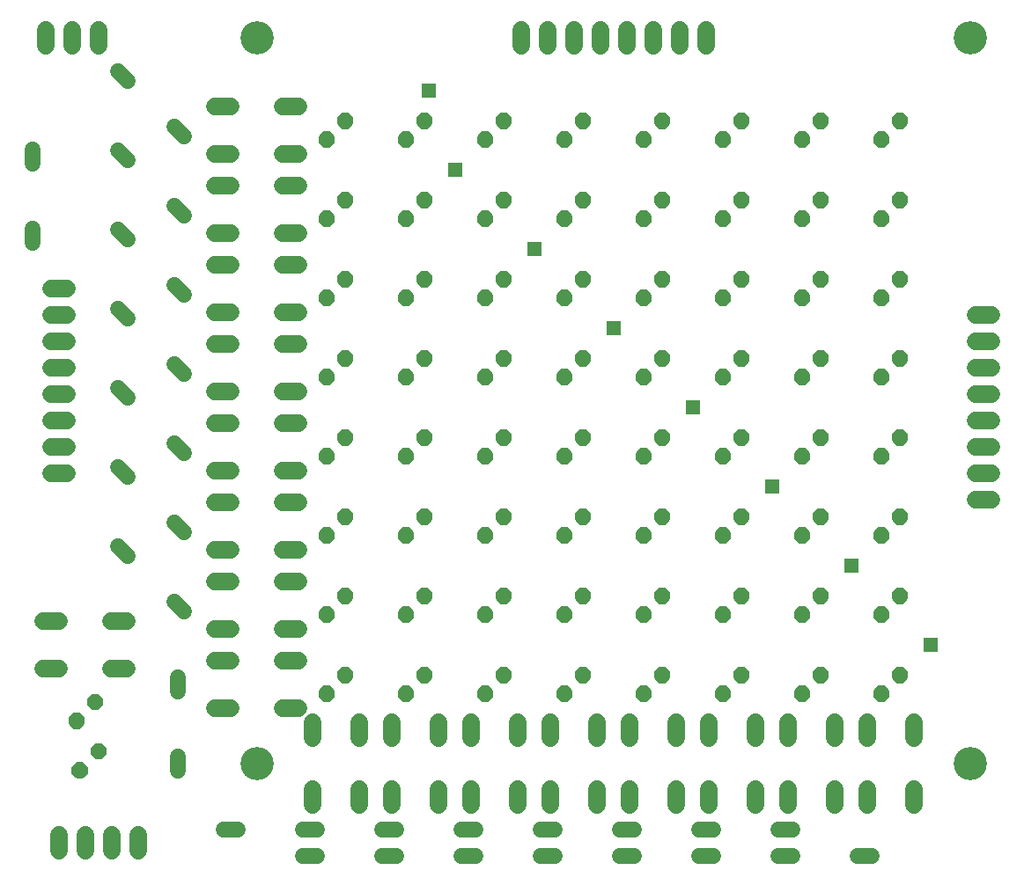
<source format=gts>
G75*
G70*
%OFA0B0*%
%FSLAX24Y24*%
%IPPOS*%
%LPD*%
%AMOC8*
5,1,8,0,0,1.08239X$1,22.5*
%
%ADD10C,0.0120*%
%ADD11C,0.0680*%
%ADD12C,0.1261*%
%ADD13C,0.0600*%
%ADD14R,0.0555X0.0555*%
D10*
X003335Y004652D02*
X003395Y004712D01*
X003395Y004514D01*
X003255Y004374D01*
X003057Y004374D01*
X002917Y004514D01*
X002917Y004712D01*
X003057Y004852D01*
X003255Y004852D01*
X003395Y004712D01*
X003305Y004675D01*
X003305Y004551D01*
X003218Y004464D01*
X003094Y004464D01*
X003007Y004551D01*
X003007Y004675D01*
X003094Y004762D01*
X003218Y004762D01*
X003305Y004675D01*
X003215Y004638D01*
X003215Y004588D01*
X003181Y004554D01*
X003131Y004554D01*
X003097Y004588D01*
X003097Y004638D01*
X003131Y004672D01*
X003181Y004672D01*
X003215Y004638D01*
X004042Y005359D02*
X004102Y005419D01*
X004102Y005221D01*
X003962Y005081D01*
X003764Y005081D01*
X003624Y005221D01*
X003624Y005419D01*
X003764Y005559D01*
X003962Y005559D01*
X004102Y005419D01*
X004012Y005382D01*
X004012Y005258D01*
X003925Y005171D01*
X003801Y005171D01*
X003714Y005258D01*
X003714Y005382D01*
X003801Y005469D01*
X003925Y005469D01*
X004012Y005382D01*
X003922Y005345D01*
X003922Y005295D01*
X003888Y005261D01*
X003838Y005261D01*
X003804Y005295D01*
X003804Y005345D01*
X003838Y005379D01*
X003888Y005379D01*
X003922Y005345D01*
X003213Y006523D02*
X003273Y006583D01*
X003273Y006385D01*
X003133Y006245D01*
X002935Y006245D01*
X002795Y006385D01*
X002795Y006583D01*
X002935Y006723D01*
X003133Y006723D01*
X003273Y006583D01*
X003183Y006546D01*
X003183Y006422D01*
X003096Y006335D01*
X002972Y006335D01*
X002885Y006422D01*
X002885Y006546D01*
X002972Y006633D01*
X003096Y006633D01*
X003183Y006546D01*
X003093Y006509D01*
X003093Y006459D01*
X003059Y006425D01*
X003009Y006425D01*
X002975Y006459D01*
X002975Y006509D01*
X003009Y006543D01*
X003059Y006543D01*
X003093Y006509D01*
X003920Y007230D02*
X003980Y007290D01*
X003980Y007092D01*
X003840Y006952D01*
X003642Y006952D01*
X003502Y007092D01*
X003502Y007290D01*
X003642Y007430D01*
X003840Y007430D01*
X003980Y007290D01*
X003890Y007253D01*
X003890Y007129D01*
X003803Y007042D01*
X003679Y007042D01*
X003592Y007129D01*
X003592Y007253D01*
X003679Y007340D01*
X003803Y007340D01*
X003890Y007253D01*
X003800Y007216D01*
X003800Y007166D01*
X003766Y007132D01*
X003716Y007132D01*
X003682Y007166D01*
X003682Y007216D01*
X003716Y007250D01*
X003766Y007250D01*
X003800Y007216D01*
X012688Y007548D02*
X012748Y007608D01*
X012748Y007410D01*
X012608Y007270D01*
X012410Y007270D01*
X012270Y007410D01*
X012270Y007608D01*
X012410Y007748D01*
X012608Y007748D01*
X012748Y007608D01*
X012658Y007571D01*
X012658Y007447D01*
X012571Y007360D01*
X012447Y007360D01*
X012360Y007447D01*
X012360Y007571D01*
X012447Y007658D01*
X012571Y007658D01*
X012658Y007571D01*
X012568Y007534D01*
X012568Y007484D01*
X012534Y007450D01*
X012484Y007450D01*
X012450Y007484D01*
X012450Y007534D01*
X012484Y007568D01*
X012534Y007568D01*
X012568Y007534D01*
X013395Y008255D02*
X013455Y008315D01*
X013455Y008117D01*
X013315Y007977D01*
X013117Y007977D01*
X012977Y008117D01*
X012977Y008315D01*
X013117Y008455D01*
X013315Y008455D01*
X013455Y008315D01*
X013365Y008278D01*
X013365Y008154D01*
X013278Y008067D01*
X013154Y008067D01*
X013067Y008154D01*
X013067Y008278D01*
X013154Y008365D01*
X013278Y008365D01*
X013365Y008278D01*
X013275Y008241D01*
X013275Y008191D01*
X013241Y008157D01*
X013191Y008157D01*
X013157Y008191D01*
X013157Y008241D01*
X013191Y008275D01*
X013241Y008275D01*
X013275Y008241D01*
X015688Y007548D02*
X015748Y007608D01*
X015748Y007410D01*
X015608Y007270D01*
X015410Y007270D01*
X015270Y007410D01*
X015270Y007608D01*
X015410Y007748D01*
X015608Y007748D01*
X015748Y007608D01*
X015658Y007571D01*
X015658Y007447D01*
X015571Y007360D01*
X015447Y007360D01*
X015360Y007447D01*
X015360Y007571D01*
X015447Y007658D01*
X015571Y007658D01*
X015658Y007571D01*
X015568Y007534D01*
X015568Y007484D01*
X015534Y007450D01*
X015484Y007450D01*
X015450Y007484D01*
X015450Y007534D01*
X015484Y007568D01*
X015534Y007568D01*
X015568Y007534D01*
X016395Y008255D02*
X016455Y008315D01*
X016455Y008117D01*
X016315Y007977D01*
X016117Y007977D01*
X015977Y008117D01*
X015977Y008315D01*
X016117Y008455D01*
X016315Y008455D01*
X016455Y008315D01*
X016365Y008278D01*
X016365Y008154D01*
X016278Y008067D01*
X016154Y008067D01*
X016067Y008154D01*
X016067Y008278D01*
X016154Y008365D01*
X016278Y008365D01*
X016365Y008278D01*
X016275Y008241D01*
X016275Y008191D01*
X016241Y008157D01*
X016191Y008157D01*
X016157Y008191D01*
X016157Y008241D01*
X016191Y008275D01*
X016241Y008275D01*
X016275Y008241D01*
X018688Y007548D02*
X018748Y007608D01*
X018748Y007410D01*
X018608Y007270D01*
X018410Y007270D01*
X018270Y007410D01*
X018270Y007608D01*
X018410Y007748D01*
X018608Y007748D01*
X018748Y007608D01*
X018658Y007571D01*
X018658Y007447D01*
X018571Y007360D01*
X018447Y007360D01*
X018360Y007447D01*
X018360Y007571D01*
X018447Y007658D01*
X018571Y007658D01*
X018658Y007571D01*
X018568Y007534D01*
X018568Y007484D01*
X018534Y007450D01*
X018484Y007450D01*
X018450Y007484D01*
X018450Y007534D01*
X018484Y007568D01*
X018534Y007568D01*
X018568Y007534D01*
X019395Y008255D02*
X019455Y008315D01*
X019455Y008117D01*
X019315Y007977D01*
X019117Y007977D01*
X018977Y008117D01*
X018977Y008315D01*
X019117Y008455D01*
X019315Y008455D01*
X019455Y008315D01*
X019365Y008278D01*
X019365Y008154D01*
X019278Y008067D01*
X019154Y008067D01*
X019067Y008154D01*
X019067Y008278D01*
X019154Y008365D01*
X019278Y008365D01*
X019365Y008278D01*
X019275Y008241D01*
X019275Y008191D01*
X019241Y008157D01*
X019191Y008157D01*
X019157Y008191D01*
X019157Y008241D01*
X019191Y008275D01*
X019241Y008275D01*
X019275Y008241D01*
X021688Y007548D02*
X021748Y007608D01*
X021748Y007410D01*
X021608Y007270D01*
X021410Y007270D01*
X021270Y007410D01*
X021270Y007608D01*
X021410Y007748D01*
X021608Y007748D01*
X021748Y007608D01*
X021658Y007571D01*
X021658Y007447D01*
X021571Y007360D01*
X021447Y007360D01*
X021360Y007447D01*
X021360Y007571D01*
X021447Y007658D01*
X021571Y007658D01*
X021658Y007571D01*
X021568Y007534D01*
X021568Y007484D01*
X021534Y007450D01*
X021484Y007450D01*
X021450Y007484D01*
X021450Y007534D01*
X021484Y007568D01*
X021534Y007568D01*
X021568Y007534D01*
X022395Y008255D02*
X022455Y008315D01*
X022455Y008117D01*
X022315Y007977D01*
X022117Y007977D01*
X021977Y008117D01*
X021977Y008315D01*
X022117Y008455D01*
X022315Y008455D01*
X022455Y008315D01*
X022365Y008278D01*
X022365Y008154D01*
X022278Y008067D01*
X022154Y008067D01*
X022067Y008154D01*
X022067Y008278D01*
X022154Y008365D01*
X022278Y008365D01*
X022365Y008278D01*
X022275Y008241D01*
X022275Y008191D01*
X022241Y008157D01*
X022191Y008157D01*
X022157Y008191D01*
X022157Y008241D01*
X022191Y008275D01*
X022241Y008275D01*
X022275Y008241D01*
X024688Y007548D02*
X024748Y007608D01*
X024748Y007410D01*
X024608Y007270D01*
X024410Y007270D01*
X024270Y007410D01*
X024270Y007608D01*
X024410Y007748D01*
X024608Y007748D01*
X024748Y007608D01*
X024658Y007571D01*
X024658Y007447D01*
X024571Y007360D01*
X024447Y007360D01*
X024360Y007447D01*
X024360Y007571D01*
X024447Y007658D01*
X024571Y007658D01*
X024658Y007571D01*
X024568Y007534D01*
X024568Y007484D01*
X024534Y007450D01*
X024484Y007450D01*
X024450Y007484D01*
X024450Y007534D01*
X024484Y007568D01*
X024534Y007568D01*
X024568Y007534D01*
X025395Y008255D02*
X025455Y008315D01*
X025455Y008117D01*
X025315Y007977D01*
X025117Y007977D01*
X024977Y008117D01*
X024977Y008315D01*
X025117Y008455D01*
X025315Y008455D01*
X025455Y008315D01*
X025365Y008278D01*
X025365Y008154D01*
X025278Y008067D01*
X025154Y008067D01*
X025067Y008154D01*
X025067Y008278D01*
X025154Y008365D01*
X025278Y008365D01*
X025365Y008278D01*
X025275Y008241D01*
X025275Y008191D01*
X025241Y008157D01*
X025191Y008157D01*
X025157Y008191D01*
X025157Y008241D01*
X025191Y008275D01*
X025241Y008275D01*
X025275Y008241D01*
X027688Y007548D02*
X027748Y007608D01*
X027748Y007410D01*
X027608Y007270D01*
X027410Y007270D01*
X027270Y007410D01*
X027270Y007608D01*
X027410Y007748D01*
X027608Y007748D01*
X027748Y007608D01*
X027658Y007571D01*
X027658Y007447D01*
X027571Y007360D01*
X027447Y007360D01*
X027360Y007447D01*
X027360Y007571D01*
X027447Y007658D01*
X027571Y007658D01*
X027658Y007571D01*
X027568Y007534D01*
X027568Y007484D01*
X027534Y007450D01*
X027484Y007450D01*
X027450Y007484D01*
X027450Y007534D01*
X027484Y007568D01*
X027534Y007568D01*
X027568Y007534D01*
X028395Y008255D02*
X028455Y008315D01*
X028455Y008117D01*
X028315Y007977D01*
X028117Y007977D01*
X027977Y008117D01*
X027977Y008315D01*
X028117Y008455D01*
X028315Y008455D01*
X028455Y008315D01*
X028365Y008278D01*
X028365Y008154D01*
X028278Y008067D01*
X028154Y008067D01*
X028067Y008154D01*
X028067Y008278D01*
X028154Y008365D01*
X028278Y008365D01*
X028365Y008278D01*
X028275Y008241D01*
X028275Y008191D01*
X028241Y008157D01*
X028191Y008157D01*
X028157Y008191D01*
X028157Y008241D01*
X028191Y008275D01*
X028241Y008275D01*
X028275Y008241D01*
X030688Y007548D02*
X030748Y007608D01*
X030748Y007410D01*
X030608Y007270D01*
X030410Y007270D01*
X030270Y007410D01*
X030270Y007608D01*
X030410Y007748D01*
X030608Y007748D01*
X030748Y007608D01*
X030658Y007571D01*
X030658Y007447D01*
X030571Y007360D01*
X030447Y007360D01*
X030360Y007447D01*
X030360Y007571D01*
X030447Y007658D01*
X030571Y007658D01*
X030658Y007571D01*
X030568Y007534D01*
X030568Y007484D01*
X030534Y007450D01*
X030484Y007450D01*
X030450Y007484D01*
X030450Y007534D01*
X030484Y007568D01*
X030534Y007568D01*
X030568Y007534D01*
X031395Y008255D02*
X031455Y008315D01*
X031455Y008117D01*
X031315Y007977D01*
X031117Y007977D01*
X030977Y008117D01*
X030977Y008315D01*
X031117Y008455D01*
X031315Y008455D01*
X031455Y008315D01*
X031365Y008278D01*
X031365Y008154D01*
X031278Y008067D01*
X031154Y008067D01*
X031067Y008154D01*
X031067Y008278D01*
X031154Y008365D01*
X031278Y008365D01*
X031365Y008278D01*
X031275Y008241D01*
X031275Y008191D01*
X031241Y008157D01*
X031191Y008157D01*
X031157Y008191D01*
X031157Y008241D01*
X031191Y008275D01*
X031241Y008275D01*
X031275Y008241D01*
X033688Y007548D02*
X033748Y007608D01*
X033748Y007410D01*
X033608Y007270D01*
X033410Y007270D01*
X033270Y007410D01*
X033270Y007608D01*
X033410Y007748D01*
X033608Y007748D01*
X033748Y007608D01*
X033658Y007571D01*
X033658Y007447D01*
X033571Y007360D01*
X033447Y007360D01*
X033360Y007447D01*
X033360Y007571D01*
X033447Y007658D01*
X033571Y007658D01*
X033658Y007571D01*
X033568Y007534D01*
X033568Y007484D01*
X033534Y007450D01*
X033484Y007450D01*
X033450Y007484D01*
X033450Y007534D01*
X033484Y007568D01*
X033534Y007568D01*
X033568Y007534D01*
X034395Y008255D02*
X034455Y008315D01*
X034455Y008117D01*
X034315Y007977D01*
X034117Y007977D01*
X033977Y008117D01*
X033977Y008315D01*
X034117Y008455D01*
X034315Y008455D01*
X034455Y008315D01*
X034365Y008278D01*
X034365Y008154D01*
X034278Y008067D01*
X034154Y008067D01*
X034067Y008154D01*
X034067Y008278D01*
X034154Y008365D01*
X034278Y008365D01*
X034365Y008278D01*
X034275Y008241D01*
X034275Y008191D01*
X034241Y008157D01*
X034191Y008157D01*
X034157Y008191D01*
X034157Y008241D01*
X034191Y008275D01*
X034241Y008275D01*
X034275Y008241D01*
X033688Y010548D02*
X033748Y010608D01*
X033748Y010410D01*
X033608Y010270D01*
X033410Y010270D01*
X033270Y010410D01*
X033270Y010608D01*
X033410Y010748D01*
X033608Y010748D01*
X033748Y010608D01*
X033658Y010571D01*
X033658Y010447D01*
X033571Y010360D01*
X033447Y010360D01*
X033360Y010447D01*
X033360Y010571D01*
X033447Y010658D01*
X033571Y010658D01*
X033658Y010571D01*
X033568Y010534D01*
X033568Y010484D01*
X033534Y010450D01*
X033484Y010450D01*
X033450Y010484D01*
X033450Y010534D01*
X033484Y010568D01*
X033534Y010568D01*
X033568Y010534D01*
X034395Y011255D02*
X034455Y011315D01*
X034455Y011117D01*
X034315Y010977D01*
X034117Y010977D01*
X033977Y011117D01*
X033977Y011315D01*
X034117Y011455D01*
X034315Y011455D01*
X034455Y011315D01*
X034365Y011278D01*
X034365Y011154D01*
X034278Y011067D01*
X034154Y011067D01*
X034067Y011154D01*
X034067Y011278D01*
X034154Y011365D01*
X034278Y011365D01*
X034365Y011278D01*
X034275Y011241D01*
X034275Y011191D01*
X034241Y011157D01*
X034191Y011157D01*
X034157Y011191D01*
X034157Y011241D01*
X034191Y011275D01*
X034241Y011275D01*
X034275Y011241D01*
X033688Y013548D02*
X033748Y013608D01*
X033748Y013410D01*
X033608Y013270D01*
X033410Y013270D01*
X033270Y013410D01*
X033270Y013608D01*
X033410Y013748D01*
X033608Y013748D01*
X033748Y013608D01*
X033658Y013571D01*
X033658Y013447D01*
X033571Y013360D01*
X033447Y013360D01*
X033360Y013447D01*
X033360Y013571D01*
X033447Y013658D01*
X033571Y013658D01*
X033658Y013571D01*
X033568Y013534D01*
X033568Y013484D01*
X033534Y013450D01*
X033484Y013450D01*
X033450Y013484D01*
X033450Y013534D01*
X033484Y013568D01*
X033534Y013568D01*
X033568Y013534D01*
X034395Y014255D02*
X034455Y014315D01*
X034455Y014117D01*
X034315Y013977D01*
X034117Y013977D01*
X033977Y014117D01*
X033977Y014315D01*
X034117Y014455D01*
X034315Y014455D01*
X034455Y014315D01*
X034365Y014278D01*
X034365Y014154D01*
X034278Y014067D01*
X034154Y014067D01*
X034067Y014154D01*
X034067Y014278D01*
X034154Y014365D01*
X034278Y014365D01*
X034365Y014278D01*
X034275Y014241D01*
X034275Y014191D01*
X034241Y014157D01*
X034191Y014157D01*
X034157Y014191D01*
X034157Y014241D01*
X034191Y014275D01*
X034241Y014275D01*
X034275Y014241D01*
X033688Y016548D02*
X033748Y016608D01*
X033748Y016410D01*
X033608Y016270D01*
X033410Y016270D01*
X033270Y016410D01*
X033270Y016608D01*
X033410Y016748D01*
X033608Y016748D01*
X033748Y016608D01*
X033658Y016571D01*
X033658Y016447D01*
X033571Y016360D01*
X033447Y016360D01*
X033360Y016447D01*
X033360Y016571D01*
X033447Y016658D01*
X033571Y016658D01*
X033658Y016571D01*
X033568Y016534D01*
X033568Y016484D01*
X033534Y016450D01*
X033484Y016450D01*
X033450Y016484D01*
X033450Y016534D01*
X033484Y016568D01*
X033534Y016568D01*
X033568Y016534D01*
X034395Y017255D02*
X034455Y017315D01*
X034455Y017117D01*
X034315Y016977D01*
X034117Y016977D01*
X033977Y017117D01*
X033977Y017315D01*
X034117Y017455D01*
X034315Y017455D01*
X034455Y017315D01*
X034365Y017278D01*
X034365Y017154D01*
X034278Y017067D01*
X034154Y017067D01*
X034067Y017154D01*
X034067Y017278D01*
X034154Y017365D01*
X034278Y017365D01*
X034365Y017278D01*
X034275Y017241D01*
X034275Y017191D01*
X034241Y017157D01*
X034191Y017157D01*
X034157Y017191D01*
X034157Y017241D01*
X034191Y017275D01*
X034241Y017275D01*
X034275Y017241D01*
X033688Y019548D02*
X033748Y019608D01*
X033748Y019410D01*
X033608Y019270D01*
X033410Y019270D01*
X033270Y019410D01*
X033270Y019608D01*
X033410Y019748D01*
X033608Y019748D01*
X033748Y019608D01*
X033658Y019571D01*
X033658Y019447D01*
X033571Y019360D01*
X033447Y019360D01*
X033360Y019447D01*
X033360Y019571D01*
X033447Y019658D01*
X033571Y019658D01*
X033658Y019571D01*
X033568Y019534D01*
X033568Y019484D01*
X033534Y019450D01*
X033484Y019450D01*
X033450Y019484D01*
X033450Y019534D01*
X033484Y019568D01*
X033534Y019568D01*
X033568Y019534D01*
X034395Y020255D02*
X034455Y020315D01*
X034455Y020117D01*
X034315Y019977D01*
X034117Y019977D01*
X033977Y020117D01*
X033977Y020315D01*
X034117Y020455D01*
X034315Y020455D01*
X034455Y020315D01*
X034365Y020278D01*
X034365Y020154D01*
X034278Y020067D01*
X034154Y020067D01*
X034067Y020154D01*
X034067Y020278D01*
X034154Y020365D01*
X034278Y020365D01*
X034365Y020278D01*
X034275Y020241D01*
X034275Y020191D01*
X034241Y020157D01*
X034191Y020157D01*
X034157Y020191D01*
X034157Y020241D01*
X034191Y020275D01*
X034241Y020275D01*
X034275Y020241D01*
X033688Y022548D02*
X033748Y022608D01*
X033748Y022410D01*
X033608Y022270D01*
X033410Y022270D01*
X033270Y022410D01*
X033270Y022608D01*
X033410Y022748D01*
X033608Y022748D01*
X033748Y022608D01*
X033658Y022571D01*
X033658Y022447D01*
X033571Y022360D01*
X033447Y022360D01*
X033360Y022447D01*
X033360Y022571D01*
X033447Y022658D01*
X033571Y022658D01*
X033658Y022571D01*
X033568Y022534D01*
X033568Y022484D01*
X033534Y022450D01*
X033484Y022450D01*
X033450Y022484D01*
X033450Y022534D01*
X033484Y022568D01*
X033534Y022568D01*
X033568Y022534D01*
X034395Y023255D02*
X034455Y023315D01*
X034455Y023117D01*
X034315Y022977D01*
X034117Y022977D01*
X033977Y023117D01*
X033977Y023315D01*
X034117Y023455D01*
X034315Y023455D01*
X034455Y023315D01*
X034365Y023278D01*
X034365Y023154D01*
X034278Y023067D01*
X034154Y023067D01*
X034067Y023154D01*
X034067Y023278D01*
X034154Y023365D01*
X034278Y023365D01*
X034365Y023278D01*
X034275Y023241D01*
X034275Y023191D01*
X034241Y023157D01*
X034191Y023157D01*
X034157Y023191D01*
X034157Y023241D01*
X034191Y023275D01*
X034241Y023275D01*
X034275Y023241D01*
X033688Y025548D02*
X033748Y025608D01*
X033748Y025410D01*
X033608Y025270D01*
X033410Y025270D01*
X033270Y025410D01*
X033270Y025608D01*
X033410Y025748D01*
X033608Y025748D01*
X033748Y025608D01*
X033658Y025571D01*
X033658Y025447D01*
X033571Y025360D01*
X033447Y025360D01*
X033360Y025447D01*
X033360Y025571D01*
X033447Y025658D01*
X033571Y025658D01*
X033658Y025571D01*
X033568Y025534D01*
X033568Y025484D01*
X033534Y025450D01*
X033484Y025450D01*
X033450Y025484D01*
X033450Y025534D01*
X033484Y025568D01*
X033534Y025568D01*
X033568Y025534D01*
X034395Y026255D02*
X034455Y026315D01*
X034455Y026117D01*
X034315Y025977D01*
X034117Y025977D01*
X033977Y026117D01*
X033977Y026315D01*
X034117Y026455D01*
X034315Y026455D01*
X034455Y026315D01*
X034365Y026278D01*
X034365Y026154D01*
X034278Y026067D01*
X034154Y026067D01*
X034067Y026154D01*
X034067Y026278D01*
X034154Y026365D01*
X034278Y026365D01*
X034365Y026278D01*
X034275Y026241D01*
X034275Y026191D01*
X034241Y026157D01*
X034191Y026157D01*
X034157Y026191D01*
X034157Y026241D01*
X034191Y026275D01*
X034241Y026275D01*
X034275Y026241D01*
X033688Y028548D02*
X033748Y028608D01*
X033748Y028410D01*
X033608Y028270D01*
X033410Y028270D01*
X033270Y028410D01*
X033270Y028608D01*
X033410Y028748D01*
X033608Y028748D01*
X033748Y028608D01*
X033658Y028571D01*
X033658Y028447D01*
X033571Y028360D01*
X033447Y028360D01*
X033360Y028447D01*
X033360Y028571D01*
X033447Y028658D01*
X033571Y028658D01*
X033658Y028571D01*
X033568Y028534D01*
X033568Y028484D01*
X033534Y028450D01*
X033484Y028450D01*
X033450Y028484D01*
X033450Y028534D01*
X033484Y028568D01*
X033534Y028568D01*
X033568Y028534D01*
X034395Y029255D02*
X034455Y029315D01*
X034455Y029117D01*
X034315Y028977D01*
X034117Y028977D01*
X033977Y029117D01*
X033977Y029315D01*
X034117Y029455D01*
X034315Y029455D01*
X034455Y029315D01*
X034365Y029278D01*
X034365Y029154D01*
X034278Y029067D01*
X034154Y029067D01*
X034067Y029154D01*
X034067Y029278D01*
X034154Y029365D01*
X034278Y029365D01*
X034365Y029278D01*
X034275Y029241D01*
X034275Y029191D01*
X034241Y029157D01*
X034191Y029157D01*
X034157Y029191D01*
X034157Y029241D01*
X034191Y029275D01*
X034241Y029275D01*
X034275Y029241D01*
X031395Y029255D02*
X031455Y029315D01*
X031455Y029117D01*
X031315Y028977D01*
X031117Y028977D01*
X030977Y029117D01*
X030977Y029315D01*
X031117Y029455D01*
X031315Y029455D01*
X031455Y029315D01*
X031365Y029278D01*
X031365Y029154D01*
X031278Y029067D01*
X031154Y029067D01*
X031067Y029154D01*
X031067Y029278D01*
X031154Y029365D01*
X031278Y029365D01*
X031365Y029278D01*
X031275Y029241D01*
X031275Y029191D01*
X031241Y029157D01*
X031191Y029157D01*
X031157Y029191D01*
X031157Y029241D01*
X031191Y029275D01*
X031241Y029275D01*
X031275Y029241D01*
X030688Y028548D02*
X030748Y028608D01*
X030748Y028410D01*
X030608Y028270D01*
X030410Y028270D01*
X030270Y028410D01*
X030270Y028608D01*
X030410Y028748D01*
X030608Y028748D01*
X030748Y028608D01*
X030658Y028571D01*
X030658Y028447D01*
X030571Y028360D01*
X030447Y028360D01*
X030360Y028447D01*
X030360Y028571D01*
X030447Y028658D01*
X030571Y028658D01*
X030658Y028571D01*
X030568Y028534D01*
X030568Y028484D01*
X030534Y028450D01*
X030484Y028450D01*
X030450Y028484D01*
X030450Y028534D01*
X030484Y028568D01*
X030534Y028568D01*
X030568Y028534D01*
X031395Y026255D02*
X031455Y026315D01*
X031455Y026117D01*
X031315Y025977D01*
X031117Y025977D01*
X030977Y026117D01*
X030977Y026315D01*
X031117Y026455D01*
X031315Y026455D01*
X031455Y026315D01*
X031365Y026278D01*
X031365Y026154D01*
X031278Y026067D01*
X031154Y026067D01*
X031067Y026154D01*
X031067Y026278D01*
X031154Y026365D01*
X031278Y026365D01*
X031365Y026278D01*
X031275Y026241D01*
X031275Y026191D01*
X031241Y026157D01*
X031191Y026157D01*
X031157Y026191D01*
X031157Y026241D01*
X031191Y026275D01*
X031241Y026275D01*
X031275Y026241D01*
X030688Y025548D02*
X030748Y025608D01*
X030748Y025410D01*
X030608Y025270D01*
X030410Y025270D01*
X030270Y025410D01*
X030270Y025608D01*
X030410Y025748D01*
X030608Y025748D01*
X030748Y025608D01*
X030658Y025571D01*
X030658Y025447D01*
X030571Y025360D01*
X030447Y025360D01*
X030360Y025447D01*
X030360Y025571D01*
X030447Y025658D01*
X030571Y025658D01*
X030658Y025571D01*
X030568Y025534D01*
X030568Y025484D01*
X030534Y025450D01*
X030484Y025450D01*
X030450Y025484D01*
X030450Y025534D01*
X030484Y025568D01*
X030534Y025568D01*
X030568Y025534D01*
X028395Y026255D02*
X028455Y026315D01*
X028455Y026117D01*
X028315Y025977D01*
X028117Y025977D01*
X027977Y026117D01*
X027977Y026315D01*
X028117Y026455D01*
X028315Y026455D01*
X028455Y026315D01*
X028365Y026278D01*
X028365Y026154D01*
X028278Y026067D01*
X028154Y026067D01*
X028067Y026154D01*
X028067Y026278D01*
X028154Y026365D01*
X028278Y026365D01*
X028365Y026278D01*
X028275Y026241D01*
X028275Y026191D01*
X028241Y026157D01*
X028191Y026157D01*
X028157Y026191D01*
X028157Y026241D01*
X028191Y026275D01*
X028241Y026275D01*
X028275Y026241D01*
X027688Y025548D02*
X027748Y025608D01*
X027748Y025410D01*
X027608Y025270D01*
X027410Y025270D01*
X027270Y025410D01*
X027270Y025608D01*
X027410Y025748D01*
X027608Y025748D01*
X027748Y025608D01*
X027658Y025571D01*
X027658Y025447D01*
X027571Y025360D01*
X027447Y025360D01*
X027360Y025447D01*
X027360Y025571D01*
X027447Y025658D01*
X027571Y025658D01*
X027658Y025571D01*
X027568Y025534D01*
X027568Y025484D01*
X027534Y025450D01*
X027484Y025450D01*
X027450Y025484D01*
X027450Y025534D01*
X027484Y025568D01*
X027534Y025568D01*
X027568Y025534D01*
X025395Y026255D02*
X025455Y026315D01*
X025455Y026117D01*
X025315Y025977D01*
X025117Y025977D01*
X024977Y026117D01*
X024977Y026315D01*
X025117Y026455D01*
X025315Y026455D01*
X025455Y026315D01*
X025365Y026278D01*
X025365Y026154D01*
X025278Y026067D01*
X025154Y026067D01*
X025067Y026154D01*
X025067Y026278D01*
X025154Y026365D01*
X025278Y026365D01*
X025365Y026278D01*
X025275Y026241D01*
X025275Y026191D01*
X025241Y026157D01*
X025191Y026157D01*
X025157Y026191D01*
X025157Y026241D01*
X025191Y026275D01*
X025241Y026275D01*
X025275Y026241D01*
X024688Y025548D02*
X024748Y025608D01*
X024748Y025410D01*
X024608Y025270D01*
X024410Y025270D01*
X024270Y025410D01*
X024270Y025608D01*
X024410Y025748D01*
X024608Y025748D01*
X024748Y025608D01*
X024658Y025571D01*
X024658Y025447D01*
X024571Y025360D01*
X024447Y025360D01*
X024360Y025447D01*
X024360Y025571D01*
X024447Y025658D01*
X024571Y025658D01*
X024658Y025571D01*
X024568Y025534D01*
X024568Y025484D01*
X024534Y025450D01*
X024484Y025450D01*
X024450Y025484D01*
X024450Y025534D01*
X024484Y025568D01*
X024534Y025568D01*
X024568Y025534D01*
X022395Y026255D02*
X022455Y026315D01*
X022455Y026117D01*
X022315Y025977D01*
X022117Y025977D01*
X021977Y026117D01*
X021977Y026315D01*
X022117Y026455D01*
X022315Y026455D01*
X022455Y026315D01*
X022365Y026278D01*
X022365Y026154D01*
X022278Y026067D01*
X022154Y026067D01*
X022067Y026154D01*
X022067Y026278D01*
X022154Y026365D01*
X022278Y026365D01*
X022365Y026278D01*
X022275Y026241D01*
X022275Y026191D01*
X022241Y026157D01*
X022191Y026157D01*
X022157Y026191D01*
X022157Y026241D01*
X022191Y026275D01*
X022241Y026275D01*
X022275Y026241D01*
X021688Y025548D02*
X021748Y025608D01*
X021748Y025410D01*
X021608Y025270D01*
X021410Y025270D01*
X021270Y025410D01*
X021270Y025608D01*
X021410Y025748D01*
X021608Y025748D01*
X021748Y025608D01*
X021658Y025571D01*
X021658Y025447D01*
X021571Y025360D01*
X021447Y025360D01*
X021360Y025447D01*
X021360Y025571D01*
X021447Y025658D01*
X021571Y025658D01*
X021658Y025571D01*
X021568Y025534D01*
X021568Y025484D01*
X021534Y025450D01*
X021484Y025450D01*
X021450Y025484D01*
X021450Y025534D01*
X021484Y025568D01*
X021534Y025568D01*
X021568Y025534D01*
X019395Y026255D02*
X019455Y026315D01*
X019455Y026117D01*
X019315Y025977D01*
X019117Y025977D01*
X018977Y026117D01*
X018977Y026315D01*
X019117Y026455D01*
X019315Y026455D01*
X019455Y026315D01*
X019365Y026278D01*
X019365Y026154D01*
X019278Y026067D01*
X019154Y026067D01*
X019067Y026154D01*
X019067Y026278D01*
X019154Y026365D01*
X019278Y026365D01*
X019365Y026278D01*
X019275Y026241D01*
X019275Y026191D01*
X019241Y026157D01*
X019191Y026157D01*
X019157Y026191D01*
X019157Y026241D01*
X019191Y026275D01*
X019241Y026275D01*
X019275Y026241D01*
X018688Y025548D02*
X018748Y025608D01*
X018748Y025410D01*
X018608Y025270D01*
X018410Y025270D01*
X018270Y025410D01*
X018270Y025608D01*
X018410Y025748D01*
X018608Y025748D01*
X018748Y025608D01*
X018658Y025571D01*
X018658Y025447D01*
X018571Y025360D01*
X018447Y025360D01*
X018360Y025447D01*
X018360Y025571D01*
X018447Y025658D01*
X018571Y025658D01*
X018658Y025571D01*
X018568Y025534D01*
X018568Y025484D01*
X018534Y025450D01*
X018484Y025450D01*
X018450Y025484D01*
X018450Y025534D01*
X018484Y025568D01*
X018534Y025568D01*
X018568Y025534D01*
X016395Y026255D02*
X016455Y026315D01*
X016455Y026117D01*
X016315Y025977D01*
X016117Y025977D01*
X015977Y026117D01*
X015977Y026315D01*
X016117Y026455D01*
X016315Y026455D01*
X016455Y026315D01*
X016365Y026278D01*
X016365Y026154D01*
X016278Y026067D01*
X016154Y026067D01*
X016067Y026154D01*
X016067Y026278D01*
X016154Y026365D01*
X016278Y026365D01*
X016365Y026278D01*
X016275Y026241D01*
X016275Y026191D01*
X016241Y026157D01*
X016191Y026157D01*
X016157Y026191D01*
X016157Y026241D01*
X016191Y026275D01*
X016241Y026275D01*
X016275Y026241D01*
X015688Y025548D02*
X015748Y025608D01*
X015748Y025410D01*
X015608Y025270D01*
X015410Y025270D01*
X015270Y025410D01*
X015270Y025608D01*
X015410Y025748D01*
X015608Y025748D01*
X015748Y025608D01*
X015658Y025571D01*
X015658Y025447D01*
X015571Y025360D01*
X015447Y025360D01*
X015360Y025447D01*
X015360Y025571D01*
X015447Y025658D01*
X015571Y025658D01*
X015658Y025571D01*
X015568Y025534D01*
X015568Y025484D01*
X015534Y025450D01*
X015484Y025450D01*
X015450Y025484D01*
X015450Y025534D01*
X015484Y025568D01*
X015534Y025568D01*
X015568Y025534D01*
X013395Y026255D02*
X013455Y026315D01*
X013455Y026117D01*
X013315Y025977D01*
X013117Y025977D01*
X012977Y026117D01*
X012977Y026315D01*
X013117Y026455D01*
X013315Y026455D01*
X013455Y026315D01*
X013365Y026278D01*
X013365Y026154D01*
X013278Y026067D01*
X013154Y026067D01*
X013067Y026154D01*
X013067Y026278D01*
X013154Y026365D01*
X013278Y026365D01*
X013365Y026278D01*
X013275Y026241D01*
X013275Y026191D01*
X013241Y026157D01*
X013191Y026157D01*
X013157Y026191D01*
X013157Y026241D01*
X013191Y026275D01*
X013241Y026275D01*
X013275Y026241D01*
X012688Y025548D02*
X012748Y025608D01*
X012748Y025410D01*
X012608Y025270D01*
X012410Y025270D01*
X012270Y025410D01*
X012270Y025608D01*
X012410Y025748D01*
X012608Y025748D01*
X012748Y025608D01*
X012658Y025571D01*
X012658Y025447D01*
X012571Y025360D01*
X012447Y025360D01*
X012360Y025447D01*
X012360Y025571D01*
X012447Y025658D01*
X012571Y025658D01*
X012658Y025571D01*
X012568Y025534D01*
X012568Y025484D01*
X012534Y025450D01*
X012484Y025450D01*
X012450Y025484D01*
X012450Y025534D01*
X012484Y025568D01*
X012534Y025568D01*
X012568Y025534D01*
X013395Y023255D02*
X013455Y023315D01*
X013455Y023117D01*
X013315Y022977D01*
X013117Y022977D01*
X012977Y023117D01*
X012977Y023315D01*
X013117Y023455D01*
X013315Y023455D01*
X013455Y023315D01*
X013365Y023278D01*
X013365Y023154D01*
X013278Y023067D01*
X013154Y023067D01*
X013067Y023154D01*
X013067Y023278D01*
X013154Y023365D01*
X013278Y023365D01*
X013365Y023278D01*
X013275Y023241D01*
X013275Y023191D01*
X013241Y023157D01*
X013191Y023157D01*
X013157Y023191D01*
X013157Y023241D01*
X013191Y023275D01*
X013241Y023275D01*
X013275Y023241D01*
X012688Y022548D02*
X012748Y022608D01*
X012748Y022410D01*
X012608Y022270D01*
X012410Y022270D01*
X012270Y022410D01*
X012270Y022608D01*
X012410Y022748D01*
X012608Y022748D01*
X012748Y022608D01*
X012658Y022571D01*
X012658Y022447D01*
X012571Y022360D01*
X012447Y022360D01*
X012360Y022447D01*
X012360Y022571D01*
X012447Y022658D01*
X012571Y022658D01*
X012658Y022571D01*
X012568Y022534D01*
X012568Y022484D01*
X012534Y022450D01*
X012484Y022450D01*
X012450Y022484D01*
X012450Y022534D01*
X012484Y022568D01*
X012534Y022568D01*
X012568Y022534D01*
X013395Y020255D02*
X013455Y020315D01*
X013455Y020117D01*
X013315Y019977D01*
X013117Y019977D01*
X012977Y020117D01*
X012977Y020315D01*
X013117Y020455D01*
X013315Y020455D01*
X013455Y020315D01*
X013365Y020278D01*
X013365Y020154D01*
X013278Y020067D01*
X013154Y020067D01*
X013067Y020154D01*
X013067Y020278D01*
X013154Y020365D01*
X013278Y020365D01*
X013365Y020278D01*
X013275Y020241D01*
X013275Y020191D01*
X013241Y020157D01*
X013191Y020157D01*
X013157Y020191D01*
X013157Y020241D01*
X013191Y020275D01*
X013241Y020275D01*
X013275Y020241D01*
X012688Y019548D02*
X012748Y019608D01*
X012748Y019410D01*
X012608Y019270D01*
X012410Y019270D01*
X012270Y019410D01*
X012270Y019608D01*
X012410Y019748D01*
X012608Y019748D01*
X012748Y019608D01*
X012658Y019571D01*
X012658Y019447D01*
X012571Y019360D01*
X012447Y019360D01*
X012360Y019447D01*
X012360Y019571D01*
X012447Y019658D01*
X012571Y019658D01*
X012658Y019571D01*
X012568Y019534D01*
X012568Y019484D01*
X012534Y019450D01*
X012484Y019450D01*
X012450Y019484D01*
X012450Y019534D01*
X012484Y019568D01*
X012534Y019568D01*
X012568Y019534D01*
X013395Y017255D02*
X013455Y017315D01*
X013455Y017117D01*
X013315Y016977D01*
X013117Y016977D01*
X012977Y017117D01*
X012977Y017315D01*
X013117Y017455D01*
X013315Y017455D01*
X013455Y017315D01*
X013365Y017278D01*
X013365Y017154D01*
X013278Y017067D01*
X013154Y017067D01*
X013067Y017154D01*
X013067Y017278D01*
X013154Y017365D01*
X013278Y017365D01*
X013365Y017278D01*
X013275Y017241D01*
X013275Y017191D01*
X013241Y017157D01*
X013191Y017157D01*
X013157Y017191D01*
X013157Y017241D01*
X013191Y017275D01*
X013241Y017275D01*
X013275Y017241D01*
X012688Y016548D02*
X012748Y016608D01*
X012748Y016410D01*
X012608Y016270D01*
X012410Y016270D01*
X012270Y016410D01*
X012270Y016608D01*
X012410Y016748D01*
X012608Y016748D01*
X012748Y016608D01*
X012658Y016571D01*
X012658Y016447D01*
X012571Y016360D01*
X012447Y016360D01*
X012360Y016447D01*
X012360Y016571D01*
X012447Y016658D01*
X012571Y016658D01*
X012658Y016571D01*
X012568Y016534D01*
X012568Y016484D01*
X012534Y016450D01*
X012484Y016450D01*
X012450Y016484D01*
X012450Y016534D01*
X012484Y016568D01*
X012534Y016568D01*
X012568Y016534D01*
X013395Y014255D02*
X013455Y014315D01*
X013455Y014117D01*
X013315Y013977D01*
X013117Y013977D01*
X012977Y014117D01*
X012977Y014315D01*
X013117Y014455D01*
X013315Y014455D01*
X013455Y014315D01*
X013365Y014278D01*
X013365Y014154D01*
X013278Y014067D01*
X013154Y014067D01*
X013067Y014154D01*
X013067Y014278D01*
X013154Y014365D01*
X013278Y014365D01*
X013365Y014278D01*
X013275Y014241D01*
X013275Y014191D01*
X013241Y014157D01*
X013191Y014157D01*
X013157Y014191D01*
X013157Y014241D01*
X013191Y014275D01*
X013241Y014275D01*
X013275Y014241D01*
X012688Y013548D02*
X012748Y013608D01*
X012748Y013410D01*
X012608Y013270D01*
X012410Y013270D01*
X012270Y013410D01*
X012270Y013608D01*
X012410Y013748D01*
X012608Y013748D01*
X012748Y013608D01*
X012658Y013571D01*
X012658Y013447D01*
X012571Y013360D01*
X012447Y013360D01*
X012360Y013447D01*
X012360Y013571D01*
X012447Y013658D01*
X012571Y013658D01*
X012658Y013571D01*
X012568Y013534D01*
X012568Y013484D01*
X012534Y013450D01*
X012484Y013450D01*
X012450Y013484D01*
X012450Y013534D01*
X012484Y013568D01*
X012534Y013568D01*
X012568Y013534D01*
X013395Y011255D02*
X013455Y011315D01*
X013455Y011117D01*
X013315Y010977D01*
X013117Y010977D01*
X012977Y011117D01*
X012977Y011315D01*
X013117Y011455D01*
X013315Y011455D01*
X013455Y011315D01*
X013365Y011278D01*
X013365Y011154D01*
X013278Y011067D01*
X013154Y011067D01*
X013067Y011154D01*
X013067Y011278D01*
X013154Y011365D01*
X013278Y011365D01*
X013365Y011278D01*
X013275Y011241D01*
X013275Y011191D01*
X013241Y011157D01*
X013191Y011157D01*
X013157Y011191D01*
X013157Y011241D01*
X013191Y011275D01*
X013241Y011275D01*
X013275Y011241D01*
X012688Y010548D02*
X012748Y010608D01*
X012748Y010410D01*
X012608Y010270D01*
X012410Y010270D01*
X012270Y010410D01*
X012270Y010608D01*
X012410Y010748D01*
X012608Y010748D01*
X012748Y010608D01*
X012658Y010571D01*
X012658Y010447D01*
X012571Y010360D01*
X012447Y010360D01*
X012360Y010447D01*
X012360Y010571D01*
X012447Y010658D01*
X012571Y010658D01*
X012658Y010571D01*
X012568Y010534D01*
X012568Y010484D01*
X012534Y010450D01*
X012484Y010450D01*
X012450Y010484D01*
X012450Y010534D01*
X012484Y010568D01*
X012534Y010568D01*
X012568Y010534D01*
X015688Y010548D02*
X015748Y010608D01*
X015748Y010410D01*
X015608Y010270D01*
X015410Y010270D01*
X015270Y010410D01*
X015270Y010608D01*
X015410Y010748D01*
X015608Y010748D01*
X015748Y010608D01*
X015658Y010571D01*
X015658Y010447D01*
X015571Y010360D01*
X015447Y010360D01*
X015360Y010447D01*
X015360Y010571D01*
X015447Y010658D01*
X015571Y010658D01*
X015658Y010571D01*
X015568Y010534D01*
X015568Y010484D01*
X015534Y010450D01*
X015484Y010450D01*
X015450Y010484D01*
X015450Y010534D01*
X015484Y010568D01*
X015534Y010568D01*
X015568Y010534D01*
X016395Y011255D02*
X016455Y011315D01*
X016455Y011117D01*
X016315Y010977D01*
X016117Y010977D01*
X015977Y011117D01*
X015977Y011315D01*
X016117Y011455D01*
X016315Y011455D01*
X016455Y011315D01*
X016365Y011278D01*
X016365Y011154D01*
X016278Y011067D01*
X016154Y011067D01*
X016067Y011154D01*
X016067Y011278D01*
X016154Y011365D01*
X016278Y011365D01*
X016365Y011278D01*
X016275Y011241D01*
X016275Y011191D01*
X016241Y011157D01*
X016191Y011157D01*
X016157Y011191D01*
X016157Y011241D01*
X016191Y011275D01*
X016241Y011275D01*
X016275Y011241D01*
X018688Y010548D02*
X018748Y010608D01*
X018748Y010410D01*
X018608Y010270D01*
X018410Y010270D01*
X018270Y010410D01*
X018270Y010608D01*
X018410Y010748D01*
X018608Y010748D01*
X018748Y010608D01*
X018658Y010571D01*
X018658Y010447D01*
X018571Y010360D01*
X018447Y010360D01*
X018360Y010447D01*
X018360Y010571D01*
X018447Y010658D01*
X018571Y010658D01*
X018658Y010571D01*
X018568Y010534D01*
X018568Y010484D01*
X018534Y010450D01*
X018484Y010450D01*
X018450Y010484D01*
X018450Y010534D01*
X018484Y010568D01*
X018534Y010568D01*
X018568Y010534D01*
X019395Y011255D02*
X019455Y011315D01*
X019455Y011117D01*
X019315Y010977D01*
X019117Y010977D01*
X018977Y011117D01*
X018977Y011315D01*
X019117Y011455D01*
X019315Y011455D01*
X019455Y011315D01*
X019365Y011278D01*
X019365Y011154D01*
X019278Y011067D01*
X019154Y011067D01*
X019067Y011154D01*
X019067Y011278D01*
X019154Y011365D01*
X019278Y011365D01*
X019365Y011278D01*
X019275Y011241D01*
X019275Y011191D01*
X019241Y011157D01*
X019191Y011157D01*
X019157Y011191D01*
X019157Y011241D01*
X019191Y011275D01*
X019241Y011275D01*
X019275Y011241D01*
X021688Y010548D02*
X021748Y010608D01*
X021748Y010410D01*
X021608Y010270D01*
X021410Y010270D01*
X021270Y010410D01*
X021270Y010608D01*
X021410Y010748D01*
X021608Y010748D01*
X021748Y010608D01*
X021658Y010571D01*
X021658Y010447D01*
X021571Y010360D01*
X021447Y010360D01*
X021360Y010447D01*
X021360Y010571D01*
X021447Y010658D01*
X021571Y010658D01*
X021658Y010571D01*
X021568Y010534D01*
X021568Y010484D01*
X021534Y010450D01*
X021484Y010450D01*
X021450Y010484D01*
X021450Y010534D01*
X021484Y010568D01*
X021534Y010568D01*
X021568Y010534D01*
X022395Y011255D02*
X022455Y011315D01*
X022455Y011117D01*
X022315Y010977D01*
X022117Y010977D01*
X021977Y011117D01*
X021977Y011315D01*
X022117Y011455D01*
X022315Y011455D01*
X022455Y011315D01*
X022365Y011278D01*
X022365Y011154D01*
X022278Y011067D01*
X022154Y011067D01*
X022067Y011154D01*
X022067Y011278D01*
X022154Y011365D01*
X022278Y011365D01*
X022365Y011278D01*
X022275Y011241D01*
X022275Y011191D01*
X022241Y011157D01*
X022191Y011157D01*
X022157Y011191D01*
X022157Y011241D01*
X022191Y011275D01*
X022241Y011275D01*
X022275Y011241D01*
X024688Y010548D02*
X024748Y010608D01*
X024748Y010410D01*
X024608Y010270D01*
X024410Y010270D01*
X024270Y010410D01*
X024270Y010608D01*
X024410Y010748D01*
X024608Y010748D01*
X024748Y010608D01*
X024658Y010571D01*
X024658Y010447D01*
X024571Y010360D01*
X024447Y010360D01*
X024360Y010447D01*
X024360Y010571D01*
X024447Y010658D01*
X024571Y010658D01*
X024658Y010571D01*
X024568Y010534D01*
X024568Y010484D01*
X024534Y010450D01*
X024484Y010450D01*
X024450Y010484D01*
X024450Y010534D01*
X024484Y010568D01*
X024534Y010568D01*
X024568Y010534D01*
X025395Y011255D02*
X025455Y011315D01*
X025455Y011117D01*
X025315Y010977D01*
X025117Y010977D01*
X024977Y011117D01*
X024977Y011315D01*
X025117Y011455D01*
X025315Y011455D01*
X025455Y011315D01*
X025365Y011278D01*
X025365Y011154D01*
X025278Y011067D01*
X025154Y011067D01*
X025067Y011154D01*
X025067Y011278D01*
X025154Y011365D01*
X025278Y011365D01*
X025365Y011278D01*
X025275Y011241D01*
X025275Y011191D01*
X025241Y011157D01*
X025191Y011157D01*
X025157Y011191D01*
X025157Y011241D01*
X025191Y011275D01*
X025241Y011275D01*
X025275Y011241D01*
X027688Y010548D02*
X027748Y010608D01*
X027748Y010410D01*
X027608Y010270D01*
X027410Y010270D01*
X027270Y010410D01*
X027270Y010608D01*
X027410Y010748D01*
X027608Y010748D01*
X027748Y010608D01*
X027658Y010571D01*
X027658Y010447D01*
X027571Y010360D01*
X027447Y010360D01*
X027360Y010447D01*
X027360Y010571D01*
X027447Y010658D01*
X027571Y010658D01*
X027658Y010571D01*
X027568Y010534D01*
X027568Y010484D01*
X027534Y010450D01*
X027484Y010450D01*
X027450Y010484D01*
X027450Y010534D01*
X027484Y010568D01*
X027534Y010568D01*
X027568Y010534D01*
X028395Y011255D02*
X028455Y011315D01*
X028455Y011117D01*
X028315Y010977D01*
X028117Y010977D01*
X027977Y011117D01*
X027977Y011315D01*
X028117Y011455D01*
X028315Y011455D01*
X028455Y011315D01*
X028365Y011278D01*
X028365Y011154D01*
X028278Y011067D01*
X028154Y011067D01*
X028067Y011154D01*
X028067Y011278D01*
X028154Y011365D01*
X028278Y011365D01*
X028365Y011278D01*
X028275Y011241D01*
X028275Y011191D01*
X028241Y011157D01*
X028191Y011157D01*
X028157Y011191D01*
X028157Y011241D01*
X028191Y011275D01*
X028241Y011275D01*
X028275Y011241D01*
X030688Y010548D02*
X030748Y010608D01*
X030748Y010410D01*
X030608Y010270D01*
X030410Y010270D01*
X030270Y010410D01*
X030270Y010608D01*
X030410Y010748D01*
X030608Y010748D01*
X030748Y010608D01*
X030658Y010571D01*
X030658Y010447D01*
X030571Y010360D01*
X030447Y010360D01*
X030360Y010447D01*
X030360Y010571D01*
X030447Y010658D01*
X030571Y010658D01*
X030658Y010571D01*
X030568Y010534D01*
X030568Y010484D01*
X030534Y010450D01*
X030484Y010450D01*
X030450Y010484D01*
X030450Y010534D01*
X030484Y010568D01*
X030534Y010568D01*
X030568Y010534D01*
X031395Y011255D02*
X031455Y011315D01*
X031455Y011117D01*
X031315Y010977D01*
X031117Y010977D01*
X030977Y011117D01*
X030977Y011315D01*
X031117Y011455D01*
X031315Y011455D01*
X031455Y011315D01*
X031365Y011278D01*
X031365Y011154D01*
X031278Y011067D01*
X031154Y011067D01*
X031067Y011154D01*
X031067Y011278D01*
X031154Y011365D01*
X031278Y011365D01*
X031365Y011278D01*
X031275Y011241D01*
X031275Y011191D01*
X031241Y011157D01*
X031191Y011157D01*
X031157Y011191D01*
X031157Y011241D01*
X031191Y011275D01*
X031241Y011275D01*
X031275Y011241D01*
X030688Y013548D02*
X030748Y013608D01*
X030748Y013410D01*
X030608Y013270D01*
X030410Y013270D01*
X030270Y013410D01*
X030270Y013608D01*
X030410Y013748D01*
X030608Y013748D01*
X030748Y013608D01*
X030658Y013571D01*
X030658Y013447D01*
X030571Y013360D01*
X030447Y013360D01*
X030360Y013447D01*
X030360Y013571D01*
X030447Y013658D01*
X030571Y013658D01*
X030658Y013571D01*
X030568Y013534D01*
X030568Y013484D01*
X030534Y013450D01*
X030484Y013450D01*
X030450Y013484D01*
X030450Y013534D01*
X030484Y013568D01*
X030534Y013568D01*
X030568Y013534D01*
X031395Y014255D02*
X031455Y014315D01*
X031455Y014117D01*
X031315Y013977D01*
X031117Y013977D01*
X030977Y014117D01*
X030977Y014315D01*
X031117Y014455D01*
X031315Y014455D01*
X031455Y014315D01*
X031365Y014278D01*
X031365Y014154D01*
X031278Y014067D01*
X031154Y014067D01*
X031067Y014154D01*
X031067Y014278D01*
X031154Y014365D01*
X031278Y014365D01*
X031365Y014278D01*
X031275Y014241D01*
X031275Y014191D01*
X031241Y014157D01*
X031191Y014157D01*
X031157Y014191D01*
X031157Y014241D01*
X031191Y014275D01*
X031241Y014275D01*
X031275Y014241D01*
X030688Y016548D02*
X030748Y016608D01*
X030748Y016410D01*
X030608Y016270D01*
X030410Y016270D01*
X030270Y016410D01*
X030270Y016608D01*
X030410Y016748D01*
X030608Y016748D01*
X030748Y016608D01*
X030658Y016571D01*
X030658Y016447D01*
X030571Y016360D01*
X030447Y016360D01*
X030360Y016447D01*
X030360Y016571D01*
X030447Y016658D01*
X030571Y016658D01*
X030658Y016571D01*
X030568Y016534D01*
X030568Y016484D01*
X030534Y016450D01*
X030484Y016450D01*
X030450Y016484D01*
X030450Y016534D01*
X030484Y016568D01*
X030534Y016568D01*
X030568Y016534D01*
X031395Y017255D02*
X031455Y017315D01*
X031455Y017117D01*
X031315Y016977D01*
X031117Y016977D01*
X030977Y017117D01*
X030977Y017315D01*
X031117Y017455D01*
X031315Y017455D01*
X031455Y017315D01*
X031365Y017278D01*
X031365Y017154D01*
X031278Y017067D01*
X031154Y017067D01*
X031067Y017154D01*
X031067Y017278D01*
X031154Y017365D01*
X031278Y017365D01*
X031365Y017278D01*
X031275Y017241D01*
X031275Y017191D01*
X031241Y017157D01*
X031191Y017157D01*
X031157Y017191D01*
X031157Y017241D01*
X031191Y017275D01*
X031241Y017275D01*
X031275Y017241D01*
X030688Y019548D02*
X030748Y019608D01*
X030748Y019410D01*
X030608Y019270D01*
X030410Y019270D01*
X030270Y019410D01*
X030270Y019608D01*
X030410Y019748D01*
X030608Y019748D01*
X030748Y019608D01*
X030658Y019571D01*
X030658Y019447D01*
X030571Y019360D01*
X030447Y019360D01*
X030360Y019447D01*
X030360Y019571D01*
X030447Y019658D01*
X030571Y019658D01*
X030658Y019571D01*
X030568Y019534D01*
X030568Y019484D01*
X030534Y019450D01*
X030484Y019450D01*
X030450Y019484D01*
X030450Y019534D01*
X030484Y019568D01*
X030534Y019568D01*
X030568Y019534D01*
X031395Y020255D02*
X031455Y020315D01*
X031455Y020117D01*
X031315Y019977D01*
X031117Y019977D01*
X030977Y020117D01*
X030977Y020315D01*
X031117Y020455D01*
X031315Y020455D01*
X031455Y020315D01*
X031365Y020278D01*
X031365Y020154D01*
X031278Y020067D01*
X031154Y020067D01*
X031067Y020154D01*
X031067Y020278D01*
X031154Y020365D01*
X031278Y020365D01*
X031365Y020278D01*
X031275Y020241D01*
X031275Y020191D01*
X031241Y020157D01*
X031191Y020157D01*
X031157Y020191D01*
X031157Y020241D01*
X031191Y020275D01*
X031241Y020275D01*
X031275Y020241D01*
X030688Y022548D02*
X030748Y022608D01*
X030748Y022410D01*
X030608Y022270D01*
X030410Y022270D01*
X030270Y022410D01*
X030270Y022608D01*
X030410Y022748D01*
X030608Y022748D01*
X030748Y022608D01*
X030658Y022571D01*
X030658Y022447D01*
X030571Y022360D01*
X030447Y022360D01*
X030360Y022447D01*
X030360Y022571D01*
X030447Y022658D01*
X030571Y022658D01*
X030658Y022571D01*
X030568Y022534D01*
X030568Y022484D01*
X030534Y022450D01*
X030484Y022450D01*
X030450Y022484D01*
X030450Y022534D01*
X030484Y022568D01*
X030534Y022568D01*
X030568Y022534D01*
X031395Y023255D02*
X031455Y023315D01*
X031455Y023117D01*
X031315Y022977D01*
X031117Y022977D01*
X030977Y023117D01*
X030977Y023315D01*
X031117Y023455D01*
X031315Y023455D01*
X031455Y023315D01*
X031365Y023278D01*
X031365Y023154D01*
X031278Y023067D01*
X031154Y023067D01*
X031067Y023154D01*
X031067Y023278D01*
X031154Y023365D01*
X031278Y023365D01*
X031365Y023278D01*
X031275Y023241D01*
X031275Y023191D01*
X031241Y023157D01*
X031191Y023157D01*
X031157Y023191D01*
X031157Y023241D01*
X031191Y023275D01*
X031241Y023275D01*
X031275Y023241D01*
X028395Y023255D02*
X028455Y023315D01*
X028455Y023117D01*
X028315Y022977D01*
X028117Y022977D01*
X027977Y023117D01*
X027977Y023315D01*
X028117Y023455D01*
X028315Y023455D01*
X028455Y023315D01*
X028365Y023278D01*
X028365Y023154D01*
X028278Y023067D01*
X028154Y023067D01*
X028067Y023154D01*
X028067Y023278D01*
X028154Y023365D01*
X028278Y023365D01*
X028365Y023278D01*
X028275Y023241D01*
X028275Y023191D01*
X028241Y023157D01*
X028191Y023157D01*
X028157Y023191D01*
X028157Y023241D01*
X028191Y023275D01*
X028241Y023275D01*
X028275Y023241D01*
X027688Y022548D02*
X027748Y022608D01*
X027748Y022410D01*
X027608Y022270D01*
X027410Y022270D01*
X027270Y022410D01*
X027270Y022608D01*
X027410Y022748D01*
X027608Y022748D01*
X027748Y022608D01*
X027658Y022571D01*
X027658Y022447D01*
X027571Y022360D01*
X027447Y022360D01*
X027360Y022447D01*
X027360Y022571D01*
X027447Y022658D01*
X027571Y022658D01*
X027658Y022571D01*
X027568Y022534D01*
X027568Y022484D01*
X027534Y022450D01*
X027484Y022450D01*
X027450Y022484D01*
X027450Y022534D01*
X027484Y022568D01*
X027534Y022568D01*
X027568Y022534D01*
X025395Y023255D02*
X025455Y023315D01*
X025455Y023117D01*
X025315Y022977D01*
X025117Y022977D01*
X024977Y023117D01*
X024977Y023315D01*
X025117Y023455D01*
X025315Y023455D01*
X025455Y023315D01*
X025365Y023278D01*
X025365Y023154D01*
X025278Y023067D01*
X025154Y023067D01*
X025067Y023154D01*
X025067Y023278D01*
X025154Y023365D01*
X025278Y023365D01*
X025365Y023278D01*
X025275Y023241D01*
X025275Y023191D01*
X025241Y023157D01*
X025191Y023157D01*
X025157Y023191D01*
X025157Y023241D01*
X025191Y023275D01*
X025241Y023275D01*
X025275Y023241D01*
X024688Y022548D02*
X024748Y022608D01*
X024748Y022410D01*
X024608Y022270D01*
X024410Y022270D01*
X024270Y022410D01*
X024270Y022608D01*
X024410Y022748D01*
X024608Y022748D01*
X024748Y022608D01*
X024658Y022571D01*
X024658Y022447D01*
X024571Y022360D01*
X024447Y022360D01*
X024360Y022447D01*
X024360Y022571D01*
X024447Y022658D01*
X024571Y022658D01*
X024658Y022571D01*
X024568Y022534D01*
X024568Y022484D01*
X024534Y022450D01*
X024484Y022450D01*
X024450Y022484D01*
X024450Y022534D01*
X024484Y022568D01*
X024534Y022568D01*
X024568Y022534D01*
X022395Y023255D02*
X022455Y023315D01*
X022455Y023117D01*
X022315Y022977D01*
X022117Y022977D01*
X021977Y023117D01*
X021977Y023315D01*
X022117Y023455D01*
X022315Y023455D01*
X022455Y023315D01*
X022365Y023278D01*
X022365Y023154D01*
X022278Y023067D01*
X022154Y023067D01*
X022067Y023154D01*
X022067Y023278D01*
X022154Y023365D01*
X022278Y023365D01*
X022365Y023278D01*
X022275Y023241D01*
X022275Y023191D01*
X022241Y023157D01*
X022191Y023157D01*
X022157Y023191D01*
X022157Y023241D01*
X022191Y023275D01*
X022241Y023275D01*
X022275Y023241D01*
X021688Y022548D02*
X021748Y022608D01*
X021748Y022410D01*
X021608Y022270D01*
X021410Y022270D01*
X021270Y022410D01*
X021270Y022608D01*
X021410Y022748D01*
X021608Y022748D01*
X021748Y022608D01*
X021658Y022571D01*
X021658Y022447D01*
X021571Y022360D01*
X021447Y022360D01*
X021360Y022447D01*
X021360Y022571D01*
X021447Y022658D01*
X021571Y022658D01*
X021658Y022571D01*
X021568Y022534D01*
X021568Y022484D01*
X021534Y022450D01*
X021484Y022450D01*
X021450Y022484D01*
X021450Y022534D01*
X021484Y022568D01*
X021534Y022568D01*
X021568Y022534D01*
X019395Y023255D02*
X019455Y023315D01*
X019455Y023117D01*
X019315Y022977D01*
X019117Y022977D01*
X018977Y023117D01*
X018977Y023315D01*
X019117Y023455D01*
X019315Y023455D01*
X019455Y023315D01*
X019365Y023278D01*
X019365Y023154D01*
X019278Y023067D01*
X019154Y023067D01*
X019067Y023154D01*
X019067Y023278D01*
X019154Y023365D01*
X019278Y023365D01*
X019365Y023278D01*
X019275Y023241D01*
X019275Y023191D01*
X019241Y023157D01*
X019191Y023157D01*
X019157Y023191D01*
X019157Y023241D01*
X019191Y023275D01*
X019241Y023275D01*
X019275Y023241D01*
X018688Y022548D02*
X018748Y022608D01*
X018748Y022410D01*
X018608Y022270D01*
X018410Y022270D01*
X018270Y022410D01*
X018270Y022608D01*
X018410Y022748D01*
X018608Y022748D01*
X018748Y022608D01*
X018658Y022571D01*
X018658Y022447D01*
X018571Y022360D01*
X018447Y022360D01*
X018360Y022447D01*
X018360Y022571D01*
X018447Y022658D01*
X018571Y022658D01*
X018658Y022571D01*
X018568Y022534D01*
X018568Y022484D01*
X018534Y022450D01*
X018484Y022450D01*
X018450Y022484D01*
X018450Y022534D01*
X018484Y022568D01*
X018534Y022568D01*
X018568Y022534D01*
X016395Y023255D02*
X016455Y023315D01*
X016455Y023117D01*
X016315Y022977D01*
X016117Y022977D01*
X015977Y023117D01*
X015977Y023315D01*
X016117Y023455D01*
X016315Y023455D01*
X016455Y023315D01*
X016365Y023278D01*
X016365Y023154D01*
X016278Y023067D01*
X016154Y023067D01*
X016067Y023154D01*
X016067Y023278D01*
X016154Y023365D01*
X016278Y023365D01*
X016365Y023278D01*
X016275Y023241D01*
X016275Y023191D01*
X016241Y023157D01*
X016191Y023157D01*
X016157Y023191D01*
X016157Y023241D01*
X016191Y023275D01*
X016241Y023275D01*
X016275Y023241D01*
X015688Y022548D02*
X015748Y022608D01*
X015748Y022410D01*
X015608Y022270D01*
X015410Y022270D01*
X015270Y022410D01*
X015270Y022608D01*
X015410Y022748D01*
X015608Y022748D01*
X015748Y022608D01*
X015658Y022571D01*
X015658Y022447D01*
X015571Y022360D01*
X015447Y022360D01*
X015360Y022447D01*
X015360Y022571D01*
X015447Y022658D01*
X015571Y022658D01*
X015658Y022571D01*
X015568Y022534D01*
X015568Y022484D01*
X015534Y022450D01*
X015484Y022450D01*
X015450Y022484D01*
X015450Y022534D01*
X015484Y022568D01*
X015534Y022568D01*
X015568Y022534D01*
X016395Y020255D02*
X016455Y020315D01*
X016455Y020117D01*
X016315Y019977D01*
X016117Y019977D01*
X015977Y020117D01*
X015977Y020315D01*
X016117Y020455D01*
X016315Y020455D01*
X016455Y020315D01*
X016365Y020278D01*
X016365Y020154D01*
X016278Y020067D01*
X016154Y020067D01*
X016067Y020154D01*
X016067Y020278D01*
X016154Y020365D01*
X016278Y020365D01*
X016365Y020278D01*
X016275Y020241D01*
X016275Y020191D01*
X016241Y020157D01*
X016191Y020157D01*
X016157Y020191D01*
X016157Y020241D01*
X016191Y020275D01*
X016241Y020275D01*
X016275Y020241D01*
X015688Y019548D02*
X015748Y019608D01*
X015748Y019410D01*
X015608Y019270D01*
X015410Y019270D01*
X015270Y019410D01*
X015270Y019608D01*
X015410Y019748D01*
X015608Y019748D01*
X015748Y019608D01*
X015658Y019571D01*
X015658Y019447D01*
X015571Y019360D01*
X015447Y019360D01*
X015360Y019447D01*
X015360Y019571D01*
X015447Y019658D01*
X015571Y019658D01*
X015658Y019571D01*
X015568Y019534D01*
X015568Y019484D01*
X015534Y019450D01*
X015484Y019450D01*
X015450Y019484D01*
X015450Y019534D01*
X015484Y019568D01*
X015534Y019568D01*
X015568Y019534D01*
X016395Y017255D02*
X016455Y017315D01*
X016455Y017117D01*
X016315Y016977D01*
X016117Y016977D01*
X015977Y017117D01*
X015977Y017315D01*
X016117Y017455D01*
X016315Y017455D01*
X016455Y017315D01*
X016365Y017278D01*
X016365Y017154D01*
X016278Y017067D01*
X016154Y017067D01*
X016067Y017154D01*
X016067Y017278D01*
X016154Y017365D01*
X016278Y017365D01*
X016365Y017278D01*
X016275Y017241D01*
X016275Y017191D01*
X016241Y017157D01*
X016191Y017157D01*
X016157Y017191D01*
X016157Y017241D01*
X016191Y017275D01*
X016241Y017275D01*
X016275Y017241D01*
X015688Y016548D02*
X015748Y016608D01*
X015748Y016410D01*
X015608Y016270D01*
X015410Y016270D01*
X015270Y016410D01*
X015270Y016608D01*
X015410Y016748D01*
X015608Y016748D01*
X015748Y016608D01*
X015658Y016571D01*
X015658Y016447D01*
X015571Y016360D01*
X015447Y016360D01*
X015360Y016447D01*
X015360Y016571D01*
X015447Y016658D01*
X015571Y016658D01*
X015658Y016571D01*
X015568Y016534D01*
X015568Y016484D01*
X015534Y016450D01*
X015484Y016450D01*
X015450Y016484D01*
X015450Y016534D01*
X015484Y016568D01*
X015534Y016568D01*
X015568Y016534D01*
X016395Y014255D02*
X016455Y014315D01*
X016455Y014117D01*
X016315Y013977D01*
X016117Y013977D01*
X015977Y014117D01*
X015977Y014315D01*
X016117Y014455D01*
X016315Y014455D01*
X016455Y014315D01*
X016365Y014278D01*
X016365Y014154D01*
X016278Y014067D01*
X016154Y014067D01*
X016067Y014154D01*
X016067Y014278D01*
X016154Y014365D01*
X016278Y014365D01*
X016365Y014278D01*
X016275Y014241D01*
X016275Y014191D01*
X016241Y014157D01*
X016191Y014157D01*
X016157Y014191D01*
X016157Y014241D01*
X016191Y014275D01*
X016241Y014275D01*
X016275Y014241D01*
X015688Y013548D02*
X015748Y013608D01*
X015748Y013410D01*
X015608Y013270D01*
X015410Y013270D01*
X015270Y013410D01*
X015270Y013608D01*
X015410Y013748D01*
X015608Y013748D01*
X015748Y013608D01*
X015658Y013571D01*
X015658Y013447D01*
X015571Y013360D01*
X015447Y013360D01*
X015360Y013447D01*
X015360Y013571D01*
X015447Y013658D01*
X015571Y013658D01*
X015658Y013571D01*
X015568Y013534D01*
X015568Y013484D01*
X015534Y013450D01*
X015484Y013450D01*
X015450Y013484D01*
X015450Y013534D01*
X015484Y013568D01*
X015534Y013568D01*
X015568Y013534D01*
X018688Y013548D02*
X018748Y013608D01*
X018748Y013410D01*
X018608Y013270D01*
X018410Y013270D01*
X018270Y013410D01*
X018270Y013608D01*
X018410Y013748D01*
X018608Y013748D01*
X018748Y013608D01*
X018658Y013571D01*
X018658Y013447D01*
X018571Y013360D01*
X018447Y013360D01*
X018360Y013447D01*
X018360Y013571D01*
X018447Y013658D01*
X018571Y013658D01*
X018658Y013571D01*
X018568Y013534D01*
X018568Y013484D01*
X018534Y013450D01*
X018484Y013450D01*
X018450Y013484D01*
X018450Y013534D01*
X018484Y013568D01*
X018534Y013568D01*
X018568Y013534D01*
X019395Y014255D02*
X019455Y014315D01*
X019455Y014117D01*
X019315Y013977D01*
X019117Y013977D01*
X018977Y014117D01*
X018977Y014315D01*
X019117Y014455D01*
X019315Y014455D01*
X019455Y014315D01*
X019365Y014278D01*
X019365Y014154D01*
X019278Y014067D01*
X019154Y014067D01*
X019067Y014154D01*
X019067Y014278D01*
X019154Y014365D01*
X019278Y014365D01*
X019365Y014278D01*
X019275Y014241D01*
X019275Y014191D01*
X019241Y014157D01*
X019191Y014157D01*
X019157Y014191D01*
X019157Y014241D01*
X019191Y014275D01*
X019241Y014275D01*
X019275Y014241D01*
X021688Y013548D02*
X021748Y013608D01*
X021748Y013410D01*
X021608Y013270D01*
X021410Y013270D01*
X021270Y013410D01*
X021270Y013608D01*
X021410Y013748D01*
X021608Y013748D01*
X021748Y013608D01*
X021658Y013571D01*
X021658Y013447D01*
X021571Y013360D01*
X021447Y013360D01*
X021360Y013447D01*
X021360Y013571D01*
X021447Y013658D01*
X021571Y013658D01*
X021658Y013571D01*
X021568Y013534D01*
X021568Y013484D01*
X021534Y013450D01*
X021484Y013450D01*
X021450Y013484D01*
X021450Y013534D01*
X021484Y013568D01*
X021534Y013568D01*
X021568Y013534D01*
X022395Y014255D02*
X022455Y014315D01*
X022455Y014117D01*
X022315Y013977D01*
X022117Y013977D01*
X021977Y014117D01*
X021977Y014315D01*
X022117Y014455D01*
X022315Y014455D01*
X022455Y014315D01*
X022365Y014278D01*
X022365Y014154D01*
X022278Y014067D01*
X022154Y014067D01*
X022067Y014154D01*
X022067Y014278D01*
X022154Y014365D01*
X022278Y014365D01*
X022365Y014278D01*
X022275Y014241D01*
X022275Y014191D01*
X022241Y014157D01*
X022191Y014157D01*
X022157Y014191D01*
X022157Y014241D01*
X022191Y014275D01*
X022241Y014275D01*
X022275Y014241D01*
X024688Y013548D02*
X024748Y013608D01*
X024748Y013410D01*
X024608Y013270D01*
X024410Y013270D01*
X024270Y013410D01*
X024270Y013608D01*
X024410Y013748D01*
X024608Y013748D01*
X024748Y013608D01*
X024658Y013571D01*
X024658Y013447D01*
X024571Y013360D01*
X024447Y013360D01*
X024360Y013447D01*
X024360Y013571D01*
X024447Y013658D01*
X024571Y013658D01*
X024658Y013571D01*
X024568Y013534D01*
X024568Y013484D01*
X024534Y013450D01*
X024484Y013450D01*
X024450Y013484D01*
X024450Y013534D01*
X024484Y013568D01*
X024534Y013568D01*
X024568Y013534D01*
X025395Y014255D02*
X025455Y014315D01*
X025455Y014117D01*
X025315Y013977D01*
X025117Y013977D01*
X024977Y014117D01*
X024977Y014315D01*
X025117Y014455D01*
X025315Y014455D01*
X025455Y014315D01*
X025365Y014278D01*
X025365Y014154D01*
X025278Y014067D01*
X025154Y014067D01*
X025067Y014154D01*
X025067Y014278D01*
X025154Y014365D01*
X025278Y014365D01*
X025365Y014278D01*
X025275Y014241D01*
X025275Y014191D01*
X025241Y014157D01*
X025191Y014157D01*
X025157Y014191D01*
X025157Y014241D01*
X025191Y014275D01*
X025241Y014275D01*
X025275Y014241D01*
X027688Y013548D02*
X027748Y013608D01*
X027748Y013410D01*
X027608Y013270D01*
X027410Y013270D01*
X027270Y013410D01*
X027270Y013608D01*
X027410Y013748D01*
X027608Y013748D01*
X027748Y013608D01*
X027658Y013571D01*
X027658Y013447D01*
X027571Y013360D01*
X027447Y013360D01*
X027360Y013447D01*
X027360Y013571D01*
X027447Y013658D01*
X027571Y013658D01*
X027658Y013571D01*
X027568Y013534D01*
X027568Y013484D01*
X027534Y013450D01*
X027484Y013450D01*
X027450Y013484D01*
X027450Y013534D01*
X027484Y013568D01*
X027534Y013568D01*
X027568Y013534D01*
X028395Y014255D02*
X028455Y014315D01*
X028455Y014117D01*
X028315Y013977D01*
X028117Y013977D01*
X027977Y014117D01*
X027977Y014315D01*
X028117Y014455D01*
X028315Y014455D01*
X028455Y014315D01*
X028365Y014278D01*
X028365Y014154D01*
X028278Y014067D01*
X028154Y014067D01*
X028067Y014154D01*
X028067Y014278D01*
X028154Y014365D01*
X028278Y014365D01*
X028365Y014278D01*
X028275Y014241D01*
X028275Y014191D01*
X028241Y014157D01*
X028191Y014157D01*
X028157Y014191D01*
X028157Y014241D01*
X028191Y014275D01*
X028241Y014275D01*
X028275Y014241D01*
X027688Y016548D02*
X027748Y016608D01*
X027748Y016410D01*
X027608Y016270D01*
X027410Y016270D01*
X027270Y016410D01*
X027270Y016608D01*
X027410Y016748D01*
X027608Y016748D01*
X027748Y016608D01*
X027658Y016571D01*
X027658Y016447D01*
X027571Y016360D01*
X027447Y016360D01*
X027360Y016447D01*
X027360Y016571D01*
X027447Y016658D01*
X027571Y016658D01*
X027658Y016571D01*
X027568Y016534D01*
X027568Y016484D01*
X027534Y016450D01*
X027484Y016450D01*
X027450Y016484D01*
X027450Y016534D01*
X027484Y016568D01*
X027534Y016568D01*
X027568Y016534D01*
X028395Y017255D02*
X028455Y017315D01*
X028455Y017117D01*
X028315Y016977D01*
X028117Y016977D01*
X027977Y017117D01*
X027977Y017315D01*
X028117Y017455D01*
X028315Y017455D01*
X028455Y017315D01*
X028365Y017278D01*
X028365Y017154D01*
X028278Y017067D01*
X028154Y017067D01*
X028067Y017154D01*
X028067Y017278D01*
X028154Y017365D01*
X028278Y017365D01*
X028365Y017278D01*
X028275Y017241D01*
X028275Y017191D01*
X028241Y017157D01*
X028191Y017157D01*
X028157Y017191D01*
X028157Y017241D01*
X028191Y017275D01*
X028241Y017275D01*
X028275Y017241D01*
X027688Y019548D02*
X027748Y019608D01*
X027748Y019410D01*
X027608Y019270D01*
X027410Y019270D01*
X027270Y019410D01*
X027270Y019608D01*
X027410Y019748D01*
X027608Y019748D01*
X027748Y019608D01*
X027658Y019571D01*
X027658Y019447D01*
X027571Y019360D01*
X027447Y019360D01*
X027360Y019447D01*
X027360Y019571D01*
X027447Y019658D01*
X027571Y019658D01*
X027658Y019571D01*
X027568Y019534D01*
X027568Y019484D01*
X027534Y019450D01*
X027484Y019450D01*
X027450Y019484D01*
X027450Y019534D01*
X027484Y019568D01*
X027534Y019568D01*
X027568Y019534D01*
X028395Y020255D02*
X028455Y020315D01*
X028455Y020117D01*
X028315Y019977D01*
X028117Y019977D01*
X027977Y020117D01*
X027977Y020315D01*
X028117Y020455D01*
X028315Y020455D01*
X028455Y020315D01*
X028365Y020278D01*
X028365Y020154D01*
X028278Y020067D01*
X028154Y020067D01*
X028067Y020154D01*
X028067Y020278D01*
X028154Y020365D01*
X028278Y020365D01*
X028365Y020278D01*
X028275Y020241D01*
X028275Y020191D01*
X028241Y020157D01*
X028191Y020157D01*
X028157Y020191D01*
X028157Y020241D01*
X028191Y020275D01*
X028241Y020275D01*
X028275Y020241D01*
X025395Y020255D02*
X025455Y020315D01*
X025455Y020117D01*
X025315Y019977D01*
X025117Y019977D01*
X024977Y020117D01*
X024977Y020315D01*
X025117Y020455D01*
X025315Y020455D01*
X025455Y020315D01*
X025365Y020278D01*
X025365Y020154D01*
X025278Y020067D01*
X025154Y020067D01*
X025067Y020154D01*
X025067Y020278D01*
X025154Y020365D01*
X025278Y020365D01*
X025365Y020278D01*
X025275Y020241D01*
X025275Y020191D01*
X025241Y020157D01*
X025191Y020157D01*
X025157Y020191D01*
X025157Y020241D01*
X025191Y020275D01*
X025241Y020275D01*
X025275Y020241D01*
X024688Y019548D02*
X024748Y019608D01*
X024748Y019410D01*
X024608Y019270D01*
X024410Y019270D01*
X024270Y019410D01*
X024270Y019608D01*
X024410Y019748D01*
X024608Y019748D01*
X024748Y019608D01*
X024658Y019571D01*
X024658Y019447D01*
X024571Y019360D01*
X024447Y019360D01*
X024360Y019447D01*
X024360Y019571D01*
X024447Y019658D01*
X024571Y019658D01*
X024658Y019571D01*
X024568Y019534D01*
X024568Y019484D01*
X024534Y019450D01*
X024484Y019450D01*
X024450Y019484D01*
X024450Y019534D01*
X024484Y019568D01*
X024534Y019568D01*
X024568Y019534D01*
X022395Y020255D02*
X022455Y020315D01*
X022455Y020117D01*
X022315Y019977D01*
X022117Y019977D01*
X021977Y020117D01*
X021977Y020315D01*
X022117Y020455D01*
X022315Y020455D01*
X022455Y020315D01*
X022365Y020278D01*
X022365Y020154D01*
X022278Y020067D01*
X022154Y020067D01*
X022067Y020154D01*
X022067Y020278D01*
X022154Y020365D01*
X022278Y020365D01*
X022365Y020278D01*
X022275Y020241D01*
X022275Y020191D01*
X022241Y020157D01*
X022191Y020157D01*
X022157Y020191D01*
X022157Y020241D01*
X022191Y020275D01*
X022241Y020275D01*
X022275Y020241D01*
X021688Y019548D02*
X021748Y019608D01*
X021748Y019410D01*
X021608Y019270D01*
X021410Y019270D01*
X021270Y019410D01*
X021270Y019608D01*
X021410Y019748D01*
X021608Y019748D01*
X021748Y019608D01*
X021658Y019571D01*
X021658Y019447D01*
X021571Y019360D01*
X021447Y019360D01*
X021360Y019447D01*
X021360Y019571D01*
X021447Y019658D01*
X021571Y019658D01*
X021658Y019571D01*
X021568Y019534D01*
X021568Y019484D01*
X021534Y019450D01*
X021484Y019450D01*
X021450Y019484D01*
X021450Y019534D01*
X021484Y019568D01*
X021534Y019568D01*
X021568Y019534D01*
X019395Y020255D02*
X019455Y020315D01*
X019455Y020117D01*
X019315Y019977D01*
X019117Y019977D01*
X018977Y020117D01*
X018977Y020315D01*
X019117Y020455D01*
X019315Y020455D01*
X019455Y020315D01*
X019365Y020278D01*
X019365Y020154D01*
X019278Y020067D01*
X019154Y020067D01*
X019067Y020154D01*
X019067Y020278D01*
X019154Y020365D01*
X019278Y020365D01*
X019365Y020278D01*
X019275Y020241D01*
X019275Y020191D01*
X019241Y020157D01*
X019191Y020157D01*
X019157Y020191D01*
X019157Y020241D01*
X019191Y020275D01*
X019241Y020275D01*
X019275Y020241D01*
X018688Y019548D02*
X018748Y019608D01*
X018748Y019410D01*
X018608Y019270D01*
X018410Y019270D01*
X018270Y019410D01*
X018270Y019608D01*
X018410Y019748D01*
X018608Y019748D01*
X018748Y019608D01*
X018658Y019571D01*
X018658Y019447D01*
X018571Y019360D01*
X018447Y019360D01*
X018360Y019447D01*
X018360Y019571D01*
X018447Y019658D01*
X018571Y019658D01*
X018658Y019571D01*
X018568Y019534D01*
X018568Y019484D01*
X018534Y019450D01*
X018484Y019450D01*
X018450Y019484D01*
X018450Y019534D01*
X018484Y019568D01*
X018534Y019568D01*
X018568Y019534D01*
X019395Y017255D02*
X019455Y017315D01*
X019455Y017117D01*
X019315Y016977D01*
X019117Y016977D01*
X018977Y017117D01*
X018977Y017315D01*
X019117Y017455D01*
X019315Y017455D01*
X019455Y017315D01*
X019365Y017278D01*
X019365Y017154D01*
X019278Y017067D01*
X019154Y017067D01*
X019067Y017154D01*
X019067Y017278D01*
X019154Y017365D01*
X019278Y017365D01*
X019365Y017278D01*
X019275Y017241D01*
X019275Y017191D01*
X019241Y017157D01*
X019191Y017157D01*
X019157Y017191D01*
X019157Y017241D01*
X019191Y017275D01*
X019241Y017275D01*
X019275Y017241D01*
X018688Y016548D02*
X018748Y016608D01*
X018748Y016410D01*
X018608Y016270D01*
X018410Y016270D01*
X018270Y016410D01*
X018270Y016608D01*
X018410Y016748D01*
X018608Y016748D01*
X018748Y016608D01*
X018658Y016571D01*
X018658Y016447D01*
X018571Y016360D01*
X018447Y016360D01*
X018360Y016447D01*
X018360Y016571D01*
X018447Y016658D01*
X018571Y016658D01*
X018658Y016571D01*
X018568Y016534D01*
X018568Y016484D01*
X018534Y016450D01*
X018484Y016450D01*
X018450Y016484D01*
X018450Y016534D01*
X018484Y016568D01*
X018534Y016568D01*
X018568Y016534D01*
X021688Y016548D02*
X021748Y016608D01*
X021748Y016410D01*
X021608Y016270D01*
X021410Y016270D01*
X021270Y016410D01*
X021270Y016608D01*
X021410Y016748D01*
X021608Y016748D01*
X021748Y016608D01*
X021658Y016571D01*
X021658Y016447D01*
X021571Y016360D01*
X021447Y016360D01*
X021360Y016447D01*
X021360Y016571D01*
X021447Y016658D01*
X021571Y016658D01*
X021658Y016571D01*
X021568Y016534D01*
X021568Y016484D01*
X021534Y016450D01*
X021484Y016450D01*
X021450Y016484D01*
X021450Y016534D01*
X021484Y016568D01*
X021534Y016568D01*
X021568Y016534D01*
X022395Y017255D02*
X022455Y017315D01*
X022455Y017117D01*
X022315Y016977D01*
X022117Y016977D01*
X021977Y017117D01*
X021977Y017315D01*
X022117Y017455D01*
X022315Y017455D01*
X022455Y017315D01*
X022365Y017278D01*
X022365Y017154D01*
X022278Y017067D01*
X022154Y017067D01*
X022067Y017154D01*
X022067Y017278D01*
X022154Y017365D01*
X022278Y017365D01*
X022365Y017278D01*
X022275Y017241D01*
X022275Y017191D01*
X022241Y017157D01*
X022191Y017157D01*
X022157Y017191D01*
X022157Y017241D01*
X022191Y017275D01*
X022241Y017275D01*
X022275Y017241D01*
X024688Y016548D02*
X024748Y016608D01*
X024748Y016410D01*
X024608Y016270D01*
X024410Y016270D01*
X024270Y016410D01*
X024270Y016608D01*
X024410Y016748D01*
X024608Y016748D01*
X024748Y016608D01*
X024658Y016571D01*
X024658Y016447D01*
X024571Y016360D01*
X024447Y016360D01*
X024360Y016447D01*
X024360Y016571D01*
X024447Y016658D01*
X024571Y016658D01*
X024658Y016571D01*
X024568Y016534D01*
X024568Y016484D01*
X024534Y016450D01*
X024484Y016450D01*
X024450Y016484D01*
X024450Y016534D01*
X024484Y016568D01*
X024534Y016568D01*
X024568Y016534D01*
X025395Y017255D02*
X025455Y017315D01*
X025455Y017117D01*
X025315Y016977D01*
X025117Y016977D01*
X024977Y017117D01*
X024977Y017315D01*
X025117Y017455D01*
X025315Y017455D01*
X025455Y017315D01*
X025365Y017278D01*
X025365Y017154D01*
X025278Y017067D01*
X025154Y017067D01*
X025067Y017154D01*
X025067Y017278D01*
X025154Y017365D01*
X025278Y017365D01*
X025365Y017278D01*
X025275Y017241D01*
X025275Y017191D01*
X025241Y017157D01*
X025191Y017157D01*
X025157Y017191D01*
X025157Y017241D01*
X025191Y017275D01*
X025241Y017275D01*
X025275Y017241D01*
X024688Y028548D02*
X024748Y028608D01*
X024748Y028410D01*
X024608Y028270D01*
X024410Y028270D01*
X024270Y028410D01*
X024270Y028608D01*
X024410Y028748D01*
X024608Y028748D01*
X024748Y028608D01*
X024658Y028571D01*
X024658Y028447D01*
X024571Y028360D01*
X024447Y028360D01*
X024360Y028447D01*
X024360Y028571D01*
X024447Y028658D01*
X024571Y028658D01*
X024658Y028571D01*
X024568Y028534D01*
X024568Y028484D01*
X024534Y028450D01*
X024484Y028450D01*
X024450Y028484D01*
X024450Y028534D01*
X024484Y028568D01*
X024534Y028568D01*
X024568Y028534D01*
X025395Y029255D02*
X025455Y029315D01*
X025455Y029117D01*
X025315Y028977D01*
X025117Y028977D01*
X024977Y029117D01*
X024977Y029315D01*
X025117Y029455D01*
X025315Y029455D01*
X025455Y029315D01*
X025365Y029278D01*
X025365Y029154D01*
X025278Y029067D01*
X025154Y029067D01*
X025067Y029154D01*
X025067Y029278D01*
X025154Y029365D01*
X025278Y029365D01*
X025365Y029278D01*
X025275Y029241D01*
X025275Y029191D01*
X025241Y029157D01*
X025191Y029157D01*
X025157Y029191D01*
X025157Y029241D01*
X025191Y029275D01*
X025241Y029275D01*
X025275Y029241D01*
X027688Y028548D02*
X027748Y028608D01*
X027748Y028410D01*
X027608Y028270D01*
X027410Y028270D01*
X027270Y028410D01*
X027270Y028608D01*
X027410Y028748D01*
X027608Y028748D01*
X027748Y028608D01*
X027658Y028571D01*
X027658Y028447D01*
X027571Y028360D01*
X027447Y028360D01*
X027360Y028447D01*
X027360Y028571D01*
X027447Y028658D01*
X027571Y028658D01*
X027658Y028571D01*
X027568Y028534D01*
X027568Y028484D01*
X027534Y028450D01*
X027484Y028450D01*
X027450Y028484D01*
X027450Y028534D01*
X027484Y028568D01*
X027534Y028568D01*
X027568Y028534D01*
X028395Y029255D02*
X028455Y029315D01*
X028455Y029117D01*
X028315Y028977D01*
X028117Y028977D01*
X027977Y029117D01*
X027977Y029315D01*
X028117Y029455D01*
X028315Y029455D01*
X028455Y029315D01*
X028365Y029278D01*
X028365Y029154D01*
X028278Y029067D01*
X028154Y029067D01*
X028067Y029154D01*
X028067Y029278D01*
X028154Y029365D01*
X028278Y029365D01*
X028365Y029278D01*
X028275Y029241D01*
X028275Y029191D01*
X028241Y029157D01*
X028191Y029157D01*
X028157Y029191D01*
X028157Y029241D01*
X028191Y029275D01*
X028241Y029275D01*
X028275Y029241D01*
X022395Y029255D02*
X022455Y029315D01*
X022455Y029117D01*
X022315Y028977D01*
X022117Y028977D01*
X021977Y029117D01*
X021977Y029315D01*
X022117Y029455D01*
X022315Y029455D01*
X022455Y029315D01*
X022365Y029278D01*
X022365Y029154D01*
X022278Y029067D01*
X022154Y029067D01*
X022067Y029154D01*
X022067Y029278D01*
X022154Y029365D01*
X022278Y029365D01*
X022365Y029278D01*
X022275Y029241D01*
X022275Y029191D01*
X022241Y029157D01*
X022191Y029157D01*
X022157Y029191D01*
X022157Y029241D01*
X022191Y029275D01*
X022241Y029275D01*
X022275Y029241D01*
X021688Y028548D02*
X021748Y028608D01*
X021748Y028410D01*
X021608Y028270D01*
X021410Y028270D01*
X021270Y028410D01*
X021270Y028608D01*
X021410Y028748D01*
X021608Y028748D01*
X021748Y028608D01*
X021658Y028571D01*
X021658Y028447D01*
X021571Y028360D01*
X021447Y028360D01*
X021360Y028447D01*
X021360Y028571D01*
X021447Y028658D01*
X021571Y028658D01*
X021658Y028571D01*
X021568Y028534D01*
X021568Y028484D01*
X021534Y028450D01*
X021484Y028450D01*
X021450Y028484D01*
X021450Y028534D01*
X021484Y028568D01*
X021534Y028568D01*
X021568Y028534D01*
X019395Y029255D02*
X019455Y029315D01*
X019455Y029117D01*
X019315Y028977D01*
X019117Y028977D01*
X018977Y029117D01*
X018977Y029315D01*
X019117Y029455D01*
X019315Y029455D01*
X019455Y029315D01*
X019365Y029278D01*
X019365Y029154D01*
X019278Y029067D01*
X019154Y029067D01*
X019067Y029154D01*
X019067Y029278D01*
X019154Y029365D01*
X019278Y029365D01*
X019365Y029278D01*
X019275Y029241D01*
X019275Y029191D01*
X019241Y029157D01*
X019191Y029157D01*
X019157Y029191D01*
X019157Y029241D01*
X019191Y029275D01*
X019241Y029275D01*
X019275Y029241D01*
X018688Y028548D02*
X018748Y028608D01*
X018748Y028410D01*
X018608Y028270D01*
X018410Y028270D01*
X018270Y028410D01*
X018270Y028608D01*
X018410Y028748D01*
X018608Y028748D01*
X018748Y028608D01*
X018658Y028571D01*
X018658Y028447D01*
X018571Y028360D01*
X018447Y028360D01*
X018360Y028447D01*
X018360Y028571D01*
X018447Y028658D01*
X018571Y028658D01*
X018658Y028571D01*
X018568Y028534D01*
X018568Y028484D01*
X018534Y028450D01*
X018484Y028450D01*
X018450Y028484D01*
X018450Y028534D01*
X018484Y028568D01*
X018534Y028568D01*
X018568Y028534D01*
X016395Y029255D02*
X016455Y029315D01*
X016455Y029117D01*
X016315Y028977D01*
X016117Y028977D01*
X015977Y029117D01*
X015977Y029315D01*
X016117Y029455D01*
X016315Y029455D01*
X016455Y029315D01*
X016365Y029278D01*
X016365Y029154D01*
X016278Y029067D01*
X016154Y029067D01*
X016067Y029154D01*
X016067Y029278D01*
X016154Y029365D01*
X016278Y029365D01*
X016365Y029278D01*
X016275Y029241D01*
X016275Y029191D01*
X016241Y029157D01*
X016191Y029157D01*
X016157Y029191D01*
X016157Y029241D01*
X016191Y029275D01*
X016241Y029275D01*
X016275Y029241D01*
X015688Y028548D02*
X015748Y028608D01*
X015748Y028410D01*
X015608Y028270D01*
X015410Y028270D01*
X015270Y028410D01*
X015270Y028608D01*
X015410Y028748D01*
X015608Y028748D01*
X015748Y028608D01*
X015658Y028571D01*
X015658Y028447D01*
X015571Y028360D01*
X015447Y028360D01*
X015360Y028447D01*
X015360Y028571D01*
X015447Y028658D01*
X015571Y028658D01*
X015658Y028571D01*
X015568Y028534D01*
X015568Y028484D01*
X015534Y028450D01*
X015484Y028450D01*
X015450Y028484D01*
X015450Y028534D01*
X015484Y028568D01*
X015534Y028568D01*
X015568Y028534D01*
X013395Y029255D02*
X013455Y029315D01*
X013455Y029117D01*
X013315Y028977D01*
X013117Y028977D01*
X012977Y029117D01*
X012977Y029315D01*
X013117Y029455D01*
X013315Y029455D01*
X013455Y029315D01*
X013365Y029278D01*
X013365Y029154D01*
X013278Y029067D01*
X013154Y029067D01*
X013067Y029154D01*
X013067Y029278D01*
X013154Y029365D01*
X013278Y029365D01*
X013365Y029278D01*
X013275Y029241D01*
X013275Y029191D01*
X013241Y029157D01*
X013191Y029157D01*
X013157Y029191D01*
X013157Y029241D01*
X013191Y029275D01*
X013241Y029275D01*
X013275Y029241D01*
X012688Y028548D02*
X012748Y028608D01*
X012748Y028410D01*
X012608Y028270D01*
X012410Y028270D01*
X012270Y028410D01*
X012270Y028608D01*
X012410Y028748D01*
X012608Y028748D01*
X012748Y028608D01*
X012658Y028571D01*
X012658Y028447D01*
X012571Y028360D01*
X012447Y028360D01*
X012360Y028447D01*
X012360Y028571D01*
X012447Y028658D01*
X012571Y028658D01*
X012658Y028571D01*
X012568Y028534D01*
X012568Y028484D01*
X012534Y028450D01*
X012484Y028450D01*
X012450Y028484D01*
X012450Y028534D01*
X012484Y028568D01*
X012534Y028568D01*
X012568Y028534D01*
D11*
X002363Y002163D02*
X002363Y001563D01*
X003363Y001563D02*
X003363Y002163D01*
X004363Y002163D02*
X004363Y001563D01*
X005363Y001563D02*
X005363Y002163D01*
X008283Y006973D02*
X008883Y006973D01*
X008883Y008753D02*
X008283Y008753D01*
X008283Y009973D02*
X008883Y009973D01*
X010843Y009973D02*
X011443Y009973D01*
X011443Y008753D02*
X010843Y008753D01*
X010843Y006973D02*
X011443Y006973D01*
X011973Y006443D02*
X011973Y005843D01*
X013753Y005843D02*
X013753Y006443D01*
X014973Y006443D02*
X014973Y005843D01*
X016753Y005843D02*
X016753Y006443D01*
X017973Y006443D02*
X017973Y005843D01*
X019753Y005843D02*
X019753Y006443D01*
X020973Y006443D02*
X020973Y005843D01*
X022753Y005843D02*
X022753Y006443D01*
X023973Y006443D02*
X023973Y005843D01*
X025753Y005843D02*
X025753Y006443D01*
X026973Y006443D02*
X026973Y005843D01*
X028753Y005843D02*
X028753Y006443D01*
X029973Y006443D02*
X029973Y005843D01*
X031753Y005843D02*
X031753Y006443D01*
X032973Y006443D02*
X032973Y005843D01*
X034753Y005843D02*
X034753Y006443D01*
X034753Y003883D02*
X034753Y003283D01*
X032973Y003283D02*
X032973Y003883D01*
X031753Y003883D02*
X031753Y003283D01*
X029973Y003283D02*
X029973Y003883D01*
X028753Y003883D02*
X028753Y003283D01*
X026973Y003283D02*
X026973Y003883D01*
X025753Y003883D02*
X025753Y003283D01*
X023973Y003283D02*
X023973Y003883D01*
X022753Y003883D02*
X022753Y003283D01*
X020973Y003283D02*
X020973Y003883D01*
X019753Y003883D02*
X019753Y003283D01*
X017973Y003283D02*
X017973Y003883D01*
X016753Y003883D02*
X016753Y003283D01*
X014973Y003283D02*
X014973Y003883D01*
X013753Y003883D02*
X013753Y003283D01*
X011973Y003283D02*
X011973Y003883D01*
X004943Y008473D02*
X004343Y008473D01*
X004343Y010253D02*
X004943Y010253D01*
X002383Y010253D02*
X001783Y010253D01*
X001783Y008473D02*
X002383Y008473D01*
X008283Y011753D02*
X008883Y011753D01*
X008883Y012973D02*
X008283Y012973D01*
X008283Y014753D02*
X008883Y014753D01*
X008883Y015973D02*
X008283Y015973D01*
X008283Y017753D02*
X008883Y017753D01*
X008883Y018973D02*
X008283Y018973D01*
X008283Y020753D02*
X008883Y020753D01*
X008883Y021973D02*
X008283Y021973D01*
X008283Y023753D02*
X008883Y023753D01*
X008883Y024973D02*
X008283Y024973D01*
X008283Y026753D02*
X008883Y026753D01*
X008883Y027973D02*
X008283Y027973D01*
X008283Y029753D02*
X008883Y029753D01*
X010843Y029753D02*
X011443Y029753D01*
X011443Y027973D02*
X010843Y027973D01*
X010843Y026753D02*
X011443Y026753D01*
X011443Y024973D02*
X010843Y024973D01*
X010843Y023753D02*
X011443Y023753D01*
X011443Y021973D02*
X010843Y021973D01*
X010843Y020753D02*
X011443Y020753D01*
X011443Y018973D02*
X010843Y018973D01*
X010843Y017753D02*
X011443Y017753D01*
X011443Y015973D02*
X010843Y015973D01*
X010843Y014753D02*
X011443Y014753D01*
X011443Y012973D02*
X010843Y012973D01*
X010843Y011753D02*
X011443Y011753D01*
X002663Y015863D02*
X002063Y015863D01*
X002063Y016863D02*
X002663Y016863D01*
X002663Y017863D02*
X002063Y017863D01*
X002063Y018863D02*
X002663Y018863D01*
X002663Y019863D02*
X002063Y019863D01*
X002063Y020863D02*
X002663Y020863D01*
X002663Y021863D02*
X002063Y021863D01*
X002063Y022863D02*
X002663Y022863D01*
X002863Y032063D02*
X002863Y032663D01*
X003863Y032663D02*
X003863Y032063D01*
X001863Y032063D02*
X001863Y032663D01*
X019863Y032663D02*
X019863Y032063D01*
X020863Y032063D02*
X020863Y032663D01*
X021863Y032663D02*
X021863Y032063D01*
X022863Y032063D02*
X022863Y032663D01*
X023863Y032663D02*
X023863Y032063D01*
X024863Y032063D02*
X024863Y032663D01*
X025863Y032663D02*
X025863Y032063D01*
X026863Y032063D02*
X026863Y032663D01*
X037063Y021863D02*
X037663Y021863D01*
X037663Y020863D02*
X037063Y020863D01*
X037063Y019863D02*
X037663Y019863D01*
X037663Y018863D02*
X037063Y018863D01*
X037063Y017863D02*
X037663Y017863D01*
X037663Y016863D02*
X037063Y016863D01*
X037063Y015863D02*
X037663Y015863D01*
X037663Y014863D02*
X037063Y014863D01*
D12*
X036863Y004863D03*
X009863Y004863D03*
X009863Y032363D03*
X036863Y032363D03*
D13*
X007107Y028618D02*
X006740Y028986D01*
X004986Y027740D02*
X004618Y028107D01*
X006740Y025986D02*
X007107Y025618D01*
X004986Y024740D02*
X004618Y025107D01*
X006740Y022986D02*
X007107Y022618D01*
X004986Y021740D02*
X004618Y022107D01*
X006740Y019986D02*
X007107Y019618D01*
X004986Y018740D02*
X004618Y019107D01*
X006740Y016986D02*
X007107Y016618D01*
X004986Y015740D02*
X004618Y016107D01*
X006740Y013986D02*
X007107Y013618D01*
X004986Y012740D02*
X004618Y013107D01*
X006740Y010986D02*
X007107Y010618D01*
X006863Y008123D02*
X006863Y007603D01*
X006863Y005123D02*
X006863Y004603D01*
X008603Y002363D02*
X009123Y002363D01*
X011603Y002363D02*
X012123Y002363D01*
X012123Y001363D02*
X011603Y001363D01*
X014603Y001363D02*
X015123Y001363D01*
X015123Y002363D02*
X014603Y002363D01*
X017603Y002363D02*
X018123Y002363D01*
X018123Y001363D02*
X017603Y001363D01*
X020603Y001363D02*
X021123Y001363D01*
X021123Y002363D02*
X020603Y002363D01*
X023603Y002363D02*
X024123Y002363D01*
X024123Y001363D02*
X023603Y001363D01*
X026603Y001363D02*
X027123Y001363D01*
X027123Y002363D02*
X026603Y002363D01*
X029603Y002363D02*
X030123Y002363D01*
X030123Y001363D02*
X029603Y001363D01*
X032603Y001363D02*
X033123Y001363D01*
X001363Y024603D02*
X001363Y025123D01*
X001363Y027603D02*
X001363Y028123D01*
X004618Y031107D02*
X004986Y030740D01*
D14*
X016363Y030363D03*
X017363Y027363D03*
X020363Y024363D03*
X023363Y021363D03*
X026363Y018363D03*
X029363Y015363D03*
X032363Y012363D03*
X035363Y009363D03*
M02*

</source>
